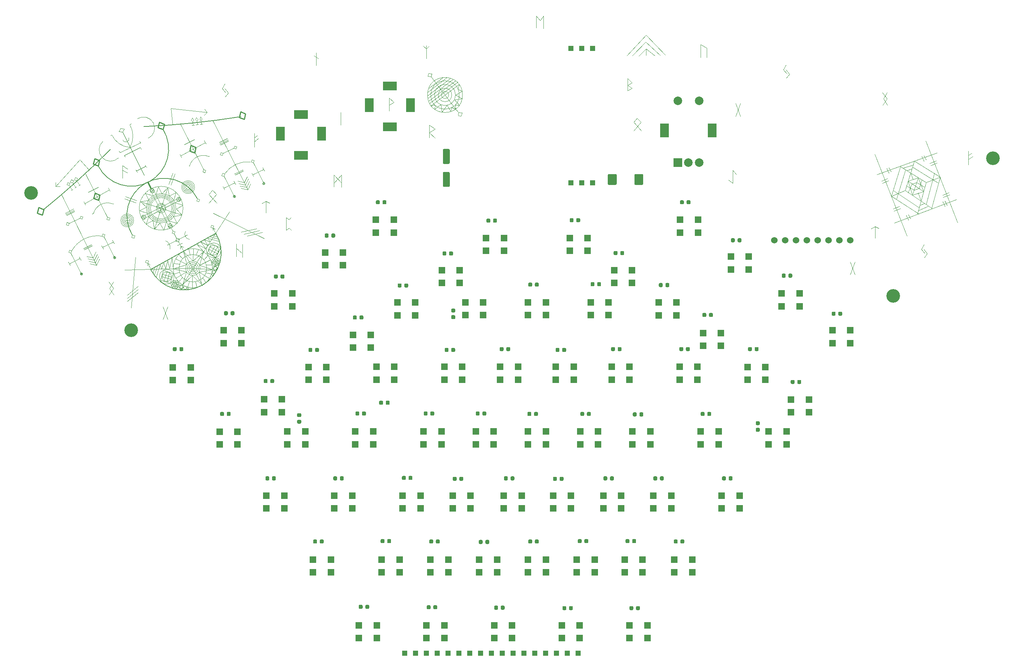
<source format=gbr>
%TF.GenerationSoftware,KiCad,Pcbnew,(5.1.7-0-10_14)*%
%TF.CreationDate,2021-04-08T12:21:10+02:00*%
%TF.ProjectId,MDMA,4d444d41-2e6b-4696-9361-645f70636258,rev?*%
%TF.SameCoordinates,Original*%
%TF.FileFunction,Soldermask,Top*%
%TF.FilePolarity,Negative*%
%FSLAX46Y46*%
G04 Gerber Fmt 4.6, Leading zero omitted, Abs format (unit mm)*
G04 Created by KiCad (PCBNEW (5.1.7-0-10_14)) date 2021-04-08 12:21:10*
%MOMM*%
%LPD*%
G01*
G04 APERTURE LIST*
%ADD10C,0.120000*%
%ADD11C,0.250000*%
%ADD12C,0.300000*%
%ADD13C,0.170000*%
%ADD14C,0.150000*%
%ADD15C,3.200000*%
%ADD16R,1.250000X1.250000*%
%ADD17R,2.000000X2.000000*%
%ADD18C,2.000000*%
%ADD19R,2.000000X3.200000*%
%ADD20R,3.200000X2.000000*%
%ADD21C,1.524000*%
%ADD22R,1.500000X1.500000*%
G04 APERTURE END LIST*
D10*
X166200000Y-34900000D02*
X170700000Y-30100000D01*
X170700000Y-30100000D02*
X175200000Y-34700000D01*
X167500000Y-34900000D02*
X170600000Y-31700000D01*
X169000000Y-35000000D02*
X170700000Y-33300000D01*
X145000000Y-28400000D02*
X145000000Y-25600000D01*
X119900000Y-54100000D02*
X119900000Y-51100000D01*
X190004000Y-64050000D02*
X191004000Y-64750000D01*
X183500000Y-35300000D02*
X183500000Y-32300000D01*
X191700000Y-49100000D02*
X192800000Y-46100000D01*
X191700000Y-46100000D02*
X192800000Y-49100000D01*
X203500000Y-37100000D02*
X202900000Y-38200000D01*
X202900000Y-38200000D02*
X203700000Y-39100000D01*
X224365000Y-77672000D02*
X224365000Y-74972000D01*
X224365000Y-74972000D02*
X225265000Y-75372000D01*
X226100000Y-43500000D02*
X227200000Y-45000000D01*
X87100000Y-73300000D02*
X86400000Y-72800000D01*
X86400000Y-72800000D02*
X86400000Y-75800000D01*
X110500000Y-47800000D02*
X110500000Y-44800000D01*
X110500000Y-44800000D02*
X111600000Y-45800000D01*
X97600000Y-62800000D02*
X99300000Y-64700000D01*
X99300000Y-62800000D02*
X99300000Y-65700000D01*
X97600000Y-65600000D02*
X97600000Y-62800000D01*
X97600000Y-64800000D02*
X99300000Y-62800000D01*
X99200000Y-48200000D02*
X99200000Y-51100000D01*
X92900000Y-34900000D02*
X93900000Y-35600000D01*
X93400000Y-34200000D02*
X93400000Y-37200000D01*
X65686374Y-49813147D02*
X65437357Y-50246727D01*
X66320222Y-49231565D02*
X66120333Y-49759863D01*
X66678920Y-49691279D02*
X66320222Y-49231565D01*
X66429904Y-50124858D02*
X66527399Y-50918894D01*
D11*
X64936100Y-57630992D02*
X63751855Y-57205394D01*
X65227200Y-56403047D02*
X64065871Y-55923069D01*
D10*
X64335130Y-49475304D02*
X64135241Y-50003602D01*
X64693828Y-49935016D02*
X64335130Y-49475304D01*
X65686374Y-49813147D02*
X65327676Y-49353436D01*
X65437357Y-50246727D02*
X65127787Y-49881734D01*
X65327676Y-49353436D02*
X65127787Y-49881734D01*
X66527399Y-50918894D02*
X66229637Y-50955456D01*
X66429904Y-50124858D02*
X66120333Y-49759863D01*
X66678920Y-49691279D02*
X66429904Y-50124858D01*
X62204018Y-70643943D02*
G75*
G03*
X62204018Y-70643943I-5126400J0D01*
G01*
X59137653Y-75347798D02*
X54482976Y-66212483D01*
X52646156Y-73238583D02*
X61781472Y-68583909D01*
X58182153Y-70643943D02*
G75*
G03*
X58182153Y-70643943I-1104535J0D01*
G01*
X55499163Y-66545313D02*
G75*
G03*
X55499163Y-66545313I-509903J0D01*
G01*
X59675876Y-74742574D02*
G75*
G03*
X59675876Y-74742574I-509902J0D01*
G01*
X53494696Y-72731913D02*
G75*
G03*
X53494696Y-72731913I-509903J0D01*
G01*
X61686148Y-68555587D02*
G75*
G03*
X61686148Y-68555587I-509900J0D01*
G01*
X52373761Y-72703980D02*
X61509076Y-68049303D01*
X59672256Y-75075404D02*
X55017580Y-65940089D01*
X60514184Y-70643943D02*
G75*
G03*
X60514184Y-70643943I-3436566J0D01*
G01*
X52235628Y-69070686D02*
X61919605Y-72217201D01*
X55504359Y-75485932D02*
X58650875Y-65801956D01*
X55504359Y-75485932D02*
X56790376Y-74045046D01*
X56790376Y-74045046D02*
X57652960Y-75737958D01*
X57652960Y-75737958D02*
X58264782Y-73854963D01*
X58888487Y-73537168D02*
X60771483Y-74148992D01*
X60771483Y-74148992D02*
X59954300Y-72545179D01*
X59954300Y-72545179D02*
X61919605Y-72217201D01*
X61919605Y-72217201D02*
X60611521Y-70751284D01*
X60611521Y-70751284D02*
X62126232Y-69979501D01*
X62080833Y-69890400D02*
X60332338Y-69322280D01*
X59970841Y-68833073D02*
X60582664Y-66950078D01*
X60582664Y-66950078D02*
X58978852Y-67767261D01*
X58978852Y-67767261D02*
X58650875Y-65801956D01*
X58650875Y-65801956D02*
X57230358Y-67199140D01*
X57230358Y-67199140D02*
X56413174Y-65595328D01*
X56413174Y-65595328D02*
X55801351Y-67478324D01*
X55266747Y-67750719D02*
X53383751Y-67138897D01*
X53383751Y-67138897D02*
X54200934Y-68742708D01*
X54200934Y-68742708D02*
X52235628Y-69070686D01*
X52235628Y-69070686D02*
X53587414Y-70402104D01*
X53587414Y-70402104D02*
X51983603Y-71219287D01*
X51983603Y-71219287D02*
X53866599Y-71831110D01*
X54184393Y-72454812D02*
X53572570Y-74337809D01*
X53572570Y-74337809D02*
X55176382Y-73520627D01*
X55176382Y-73520627D02*
X55504359Y-75485932D01*
X59579617Y-70643943D02*
G75*
G03*
X59579617Y-70643943I-2501999J0D01*
G01*
X59879402Y-70643943D02*
G75*
G03*
X59879402Y-70643943I-2801784J0D01*
G01*
X60177616Y-70643943D02*
G75*
G03*
X60177616Y-70643943I-3099998J0D01*
G01*
X53244238Y-73203812D02*
X52725349Y-72260013D01*
X52512894Y-72991357D02*
X53456692Y-72472470D01*
X54769914Y-66114822D02*
X55216255Y-66990816D01*
X54534935Y-66776805D02*
X55434763Y-66318319D01*
X60721922Y-68787079D02*
X61630572Y-68324098D01*
X60944755Y-68101263D02*
X61403242Y-69001090D01*
X59404954Y-75211601D02*
X58938977Y-74297070D01*
X58711648Y-74974064D02*
X59620297Y-74511083D01*
X56001619Y-70294331D02*
X56728004Y-71719940D01*
X57427230Y-69567946D02*
X58153614Y-70993556D01*
X56682606Y-71630840D02*
X58108214Y-70904457D01*
X56001619Y-70294331D02*
X57427230Y-69567946D01*
X59404954Y-75211601D02*
X59803786Y-75947478D01*
X59803786Y-75947478D02*
X59628980Y-76485477D01*
X60341786Y-76122286D02*
X59803786Y-75947478D01*
X60341786Y-76122286D02*
X60166980Y-76660283D01*
X60166980Y-76660283D02*
X59628980Y-76485477D01*
X60166980Y-76660283D02*
X60668046Y-77608384D01*
X60668046Y-77608384D02*
X60449538Y-78280883D01*
X60668046Y-77608384D02*
X61340545Y-77826891D01*
X60449538Y-78280883D02*
X61122037Y-78499391D01*
X61340545Y-77826891D02*
X61122037Y-78499391D01*
X61122037Y-78499391D02*
X62300000Y-80700000D01*
X63160063Y-76870810D02*
X58530157Y-79231734D01*
X58091195Y-78258430D02*
G75*
G02*
X59176863Y-80266997I-596302J-1620008D01*
G01*
X63745729Y-77948007D02*
G75*
G02*
X62802480Y-76050970I123380J1244368D01*
G01*
X60926868Y-79357339D02*
X61956900Y-78810497D01*
X61584040Y-80192879D02*
X61620676Y-79493836D01*
X61620676Y-79493836D02*
X62309249Y-79730197D01*
D12*
X53998131Y-64600111D02*
X54724515Y-66025722D01*
D10*
X48017294Y-52788646D02*
X53135549Y-62907198D01*
X51247212Y-61862653D02*
X53432574Y-60788318D01*
X53296757Y-60502740D02*
X53544014Y-60875385D01*
X53544014Y-60875385D02*
X53667643Y-61061707D01*
X51123584Y-61676332D02*
X51494469Y-62235298D01*
X49432864Y-57753135D02*
X52189378Y-56407169D01*
X52189378Y-56407169D02*
X52436635Y-56779813D01*
X49432864Y-57753135D02*
X48489065Y-58272023D01*
X48489065Y-58272023D02*
X48624881Y-58557600D01*
X47399024Y-57599855D02*
X52253832Y-55290993D01*
X49738535Y-51041950D02*
G75*
G02*
X49770706Y-56401890I-4625759J-2707831D01*
G01*
X45513629Y-53431014D02*
G75*
G03*
X49770706Y-56401890I4640277J2113724D01*
G01*
X45512050Y-53427545D02*
X45199844Y-53638339D01*
X49738536Y-51041951D02*
X50092972Y-50821018D01*
X48017294Y-52788646D02*
X47198883Y-52687631D01*
X48017294Y-52788646D02*
X48428258Y-52032928D01*
X48428258Y-52032928D02*
X47609847Y-51931915D01*
X47198883Y-52687631D02*
X47609847Y-51931915D01*
X49499449Y-54141417D02*
G75*
G02*
X48149591Y-54686670I-679450J-261435D01*
G01*
D13*
X50312260Y-76881037D02*
G75*
G02*
X65546659Y-68368483I7461129J4535587D01*
G01*
D10*
X50713417Y-77619534D02*
X50175418Y-77444728D01*
X50888223Y-77081534D02*
X50713417Y-77619534D01*
X50350224Y-76906729D02*
X50175418Y-77444728D01*
X50888223Y-77081534D02*
X50350224Y-76906729D01*
X66063878Y-68568634D02*
X65889072Y-69106633D01*
X65889072Y-69106633D02*
X65351073Y-68931825D01*
X66063878Y-68568634D02*
X65525880Y-68393828D01*
X65525880Y-68393828D02*
X65351073Y-68931825D01*
X48666465Y-67922336D02*
X51294075Y-68808717D01*
X48528890Y-68442982D02*
X51156499Y-69329364D01*
X58893209Y-65054633D02*
X59779591Y-62427025D01*
X59413856Y-65192209D02*
X60300237Y-62564600D01*
D13*
X57578347Y-52226761D02*
G75*
G02*
X42343948Y-60739315I-7461129J-4535587D01*
G01*
D11*
X42342609Y-60707378D02*
X41158365Y-60281778D01*
X41472379Y-58999453D02*
X41158365Y-60281778D01*
X42633708Y-59479430D02*
X42342609Y-60707378D01*
X42633708Y-59479430D02*
X41472379Y-58999453D01*
X57518264Y-52194476D02*
X56334019Y-51768878D01*
D10*
X71400000Y-42600000D02*
X72200000Y-43500000D01*
X72800000Y-43600000D02*
X72100000Y-44500000D01*
X48000000Y-60600000D02*
X49200000Y-61500000D01*
X48000000Y-63600000D02*
X48000000Y-60600000D01*
X48000000Y-61700000D02*
X49100000Y-62300000D01*
X74700000Y-80000000D02*
X76000000Y-81100000D01*
X76100000Y-79100000D02*
X76100000Y-82100000D01*
X74700000Y-79000000D02*
X74700000Y-82000000D01*
X67000000Y-80800000D02*
X66100000Y-84000000D01*
X66100000Y-84000000D02*
X69100000Y-85000000D01*
X66202959Y-84700000D02*
G75*
G03*
X66202959Y-84700000I-1691266J0D01*
G01*
X67724994Y-84700000D02*
G75*
G03*
X67724994Y-84700000I-3213301J0D01*
G01*
X55100000Y-85900000D02*
X55600000Y-84400000D01*
X66600000Y-88600000D02*
X66000000Y-85600000D01*
X62100000Y-88600000D02*
X64400000Y-86400000D01*
X62100000Y-88600000D02*
X63000000Y-85500000D01*
D11*
X76854064Y-48527385D02*
X75692733Y-48047407D01*
X75692733Y-48047407D02*
X75378719Y-49329732D01*
D10*
X33765346Y-67568801D02*
X41970795Y-83957858D01*
X39350605Y-62618116D02*
X44468859Y-72736668D01*
X61590802Y-50920527D02*
X67037364Y-61636633D01*
X69203016Y-50119974D02*
X77384091Y-66310524D01*
X35496432Y-65282055D02*
X36179607Y-66332248D01*
X35496432Y-65282055D02*
X34958432Y-65107250D01*
X35671239Y-64744057D02*
X35496432Y-65282055D01*
X35133239Y-64569250D02*
X34958432Y-65107250D01*
X35671239Y-64744057D02*
X35133239Y-64569250D01*
X36365929Y-66208621D02*
X35993285Y-66455877D01*
X36503596Y-64138101D02*
X35965596Y-63963296D01*
X36328789Y-64676101D02*
X37011963Y-65726294D01*
X37198286Y-65602665D02*
X36825642Y-65849922D01*
X35965596Y-63963296D02*
X35790790Y-64501294D01*
X36503596Y-64138101D02*
X36328789Y-64676101D01*
X36328789Y-64676101D02*
X35790790Y-64501294D01*
X38142085Y-65083776D02*
X37769440Y-65331034D01*
X36909394Y-63444407D02*
X36734589Y-63982406D01*
X37447393Y-63619213D02*
X37272587Y-64157212D01*
X37272587Y-64157212D02*
X36734589Y-63982406D01*
X37272587Y-64157212D02*
X37955762Y-65207405D01*
X37447393Y-63619213D02*
X36909394Y-63444407D01*
X50663698Y-73504968D02*
G75*
G03*
X50663698Y-73504968I-1513275J0D01*
G01*
X50350424Y-73504968D02*
G75*
G03*
X50350424Y-73504968I-1200001J0D01*
G01*
X50050426Y-73504968D02*
G75*
G03*
X50050426Y-73504968I-900003J0D01*
G01*
X49750424Y-73504968D02*
G75*
G03*
X49750424Y-73504968I-600001J0D01*
G01*
X49150423Y-73504968D02*
X48554896Y-73578090D01*
X49745952Y-73431846D02*
X49150423Y-73504968D01*
X64919929Y-65709464D02*
G75*
G03*
X64919929Y-65709464I-1513273J0D01*
G01*
X64306655Y-65709464D02*
G75*
G03*
X64306655Y-65709464I-899999J0D01*
G01*
X64006656Y-65709464D02*
G75*
G03*
X64006656Y-65709464I-600000J0D01*
G01*
X64606655Y-65709464D02*
G75*
G03*
X64606655Y-65709464I-1199999J0D01*
G01*
X62959130Y-66167417D02*
X63754927Y-65263698D01*
X64335130Y-49475304D02*
X64135241Y-50003602D01*
X64693828Y-49935016D02*
X64335130Y-49475304D01*
X64693828Y-49935016D02*
X64444812Y-50368597D01*
X64444812Y-50368597D02*
X64135241Y-50003602D01*
X64444812Y-50368597D02*
X64542307Y-51162633D01*
X64244543Y-51199193D02*
X64840071Y-51126072D01*
X65686374Y-49813147D02*
X65327676Y-49353436D01*
X65686374Y-49813147D02*
X65437357Y-50246727D01*
X65437357Y-50246727D02*
X65127787Y-49881734D01*
X65237089Y-51077324D02*
X65832617Y-51004202D01*
X65437357Y-50246727D02*
X65534852Y-51040763D01*
X65327676Y-49353436D02*
X65127787Y-49881734D01*
X66527399Y-50918894D02*
X66229637Y-50955456D01*
X66320222Y-49231565D02*
X66120333Y-49759863D01*
X66429904Y-50124858D02*
X66120333Y-49759863D01*
X66678920Y-49691279D02*
X66429904Y-50124858D01*
X66678920Y-49691279D02*
X66320222Y-49231565D01*
X66429904Y-50124858D02*
X66527399Y-50918894D01*
X66229637Y-50955456D02*
X66825164Y-50882334D01*
X47064232Y-58868592D02*
G75*
G02*
X43448063Y-54961693I-1859237J1906103D01*
G01*
X51566320Y-49646926D02*
G75*
G02*
X54042173Y-54265405I1377143J-2234609D01*
G01*
X36127761Y-80644178D02*
G75*
G02*
X43151550Y-77163316I6053730J-3388561D01*
G01*
X71933867Y-62635601D02*
G75*
G02*
X78092946Y-59775425I5450224J-3674923D01*
G01*
X43730792Y-77368632D02*
X43192794Y-77193824D01*
X43905598Y-76830633D02*
X43730792Y-77368632D01*
X43367601Y-76655827D02*
X43192794Y-77193824D01*
X43905598Y-76830633D02*
X43367601Y-76655827D01*
X36107954Y-80609091D02*
X35933148Y-81147090D01*
D11*
X29244264Y-72189248D02*
X28060020Y-71763649D01*
X29535364Y-70961302D02*
X28374034Y-70481324D01*
X28374034Y-70481324D02*
X28060020Y-71763649D01*
X29535364Y-70961302D02*
X29244264Y-72189248D01*
X76854064Y-48527385D02*
X76562963Y-49755331D01*
X76562963Y-49755331D02*
X75378719Y-49329732D01*
D10*
X78308997Y-59267935D02*
X78134190Y-59805932D01*
X78672189Y-59980739D02*
X78134190Y-59805932D01*
X78846995Y-59442741D02*
X78308997Y-59267935D01*
X35943416Y-81205004D02*
X38394111Y-86009037D01*
X43741061Y-77426545D02*
X46191755Y-82230578D01*
X71859002Y-63160381D02*
X74309697Y-67964414D01*
X78672189Y-59980739D02*
X81122882Y-64784772D01*
X35583698Y-83633836D02*
X38054636Y-82423683D01*
X38522022Y-86040039D02*
G75*
G03*
X38522022Y-86040039I-99999J0D01*
G01*
X38622023Y-86040039D02*
G75*
G03*
X38622023Y-86040039I-200000J0D01*
G01*
X38722023Y-86040039D02*
G75*
G03*
X38722023Y-86040039I-300000J0D01*
G01*
X81233153Y-64842686D02*
G75*
G03*
X81233153Y-64842686I-100001J0D01*
G01*
X81433153Y-64842686D02*
G75*
G03*
X81433153Y-64842686I-300001J0D01*
G01*
X81333153Y-64842686D02*
G75*
G03*
X81333153Y-64842686I-200001J0D01*
G01*
X43369155Y-79756123D02*
X45840094Y-78545971D01*
X46291755Y-82230578D02*
G75*
G03*
X46291755Y-82230578I-100000J0D01*
G01*
X46491755Y-82230578D02*
G75*
G03*
X46491755Y-82230578I-300000J0D01*
G01*
X46391756Y-82230578D02*
G75*
G03*
X46391756Y-82230578I-200001J0D01*
G01*
X74554187Y-67891560D02*
G75*
G03*
X74554187Y-67891560I-300000J0D01*
G01*
X74454187Y-67891560D02*
G75*
G03*
X74454187Y-67891560I-200000J0D01*
G01*
X35336441Y-83261191D02*
X35731700Y-84018666D01*
X37906633Y-82038852D02*
X38301893Y-82796327D01*
X43121898Y-79383478D02*
X43517158Y-80140954D01*
X45692091Y-78161139D02*
X46087351Y-78918616D01*
X71791031Y-65889003D02*
X74261969Y-64678853D01*
X74113966Y-64294021D02*
X74509227Y-65051496D01*
D11*
X57809364Y-50966531D02*
X56648034Y-50486553D01*
X56648034Y-50486553D02*
X56334019Y-51768878D01*
X57809364Y-50966531D02*
X57518264Y-52194476D01*
D14*
X29641916Y-70878148D02*
G75*
G03*
X45192808Y-56863235I-125934791J155371799D01*
G01*
X53032137Y-51512413D02*
G75*
G03*
X75784213Y-49177795I-8868777J198463698D01*
G01*
D10*
X71543775Y-65516359D02*
X71939033Y-66273836D01*
X78557810Y-62740876D02*
X81028747Y-61530724D01*
X80880745Y-61145891D02*
X81276004Y-61903369D01*
X78310553Y-62368230D02*
X78705812Y-63125706D01*
X35529927Y-74169845D02*
X38000865Y-72959694D01*
X35514314Y-74133166D02*
X34976314Y-73958361D01*
X34976314Y-73958361D02*
X34801508Y-74496359D01*
X35514314Y-74133166D02*
X35339506Y-74671166D01*
X35339506Y-74671166D02*
X34801508Y-74496359D01*
X38754913Y-72627010D02*
X38580108Y-73165009D01*
X38754913Y-72627010D02*
X38216916Y-72452204D01*
X38580108Y-73165009D02*
X38042108Y-72990202D01*
X68900000Y-86000000D02*
X67600000Y-85800000D01*
X38216916Y-72452204D02*
X38042108Y-72990202D01*
X71597926Y-57751885D02*
X74068864Y-56541733D01*
X71582312Y-57715206D02*
X71407506Y-58253205D01*
X71582312Y-57715206D02*
X71044313Y-57540400D01*
X71407506Y-58253205D02*
X70869507Y-58078399D01*
X71044313Y-57540400D02*
X70869507Y-58078399D01*
X74284914Y-56034243D02*
X74110109Y-56572242D01*
X74822914Y-56209049D02*
X74648106Y-56747049D01*
X74648106Y-56747049D02*
X74110109Y-56572242D01*
X74822914Y-56209049D02*
X74284914Y-56034243D01*
D11*
X42424272Y-68757429D02*
X41240027Y-68331831D01*
X42715373Y-67529483D02*
X41554042Y-67049505D01*
X41554042Y-67049505D02*
X41240027Y-68331831D01*
X42715373Y-67529483D02*
X42424272Y-68757429D01*
X65227200Y-56403047D02*
X64936100Y-57630992D01*
X64936100Y-57630992D02*
X63751855Y-57205394D01*
X65227200Y-56403047D02*
X64065871Y-55923069D01*
D10*
X34901357Y-72332754D02*
X36801141Y-71394234D01*
X34765542Y-72047178D02*
X36665325Y-71108657D01*
X34629727Y-71761601D02*
X36529511Y-70823080D01*
X70821354Y-55529964D02*
X72721138Y-54591442D01*
X70957170Y-55815539D02*
X72856954Y-54877018D01*
X70685537Y-55244386D02*
X72585322Y-54305865D01*
X39186770Y-69489300D02*
X44849561Y-66375973D01*
X38939514Y-69116656D02*
X39334772Y-69874131D01*
X44689371Y-65891886D02*
X45084630Y-66649362D01*
X41255175Y-71795088D02*
G75*
G02*
X45648747Y-69602628I3213684J-941580D01*
G01*
X44492571Y-72689160D02*
X44317764Y-73227158D01*
X45030569Y-72863966D02*
X44855762Y-73401964D01*
X44855762Y-73401964D02*
X44317764Y-73227158D01*
X45030569Y-72863966D02*
X44492571Y-72689160D01*
X41254397Y-71797750D02*
X40905381Y-71998558D01*
X45648747Y-69602628D02*
X45946511Y-69566066D01*
X39973897Y-66873878D02*
X42345580Y-65675914D01*
X61698598Y-58362863D02*
X67361387Y-55249537D01*
D11*
X64065871Y-55923069D02*
X63751855Y-57205394D01*
D10*
X61451341Y-57990219D02*
X61846600Y-58747694D01*
X62485725Y-55747442D02*
X64857409Y-54549477D01*
X63767003Y-60668653D02*
G75*
G02*
X68160575Y-58476192I3213685J-941579D01*
G01*
X67542398Y-61737530D02*
X67004398Y-61562723D01*
X67542398Y-61737530D02*
X67367591Y-62275528D01*
X67367591Y-62275528D02*
X66829593Y-62100721D01*
X67201199Y-54765450D02*
X67596458Y-55522926D01*
X67004398Y-61562723D02*
X66829593Y-62100721D01*
X47399024Y-57599855D02*
X47151768Y-57227211D01*
X52253832Y-55290993D02*
X52006575Y-54918349D01*
X38878325Y-80106026D02*
X40778108Y-79167504D01*
X39014138Y-80391602D02*
X40913923Y-79453081D01*
X39606149Y-81930929D02*
X41155903Y-82244397D01*
X41155903Y-82244397D02*
X41791509Y-80856591D01*
X41427533Y-82815551D02*
X42063140Y-81427746D01*
X39877780Y-82502082D02*
X41427533Y-82815551D01*
X40149409Y-83073236D02*
X41699164Y-83386706D01*
X41699164Y-83386706D02*
X42334771Y-81998899D01*
X41970795Y-83957858D02*
X42606402Y-82570054D01*
X40421042Y-83644390D02*
X41970795Y-83957858D01*
X75834337Y-65997055D02*
X77384091Y-66310524D01*
X75291076Y-64854746D02*
X76840830Y-65168216D01*
X76840830Y-65168216D02*
X77476437Y-63780411D01*
X76569199Y-64597062D02*
X77204806Y-63209256D01*
X75019445Y-64283592D02*
X76569199Y-64597062D01*
X77112460Y-65739369D02*
X77748067Y-64351564D01*
X77384091Y-66310524D02*
X78019698Y-64922717D01*
X75562707Y-65425900D02*
X77112460Y-65739369D01*
X74439622Y-62843522D02*
X76339406Y-61905000D01*
X74303807Y-62557945D02*
X76203591Y-61619424D01*
X59804220Y-51139891D02*
X59354449Y-47285512D01*
X59354449Y-47285512D02*
X67824134Y-48159834D01*
X67230365Y-47426731D02*
X67824134Y-48159834D01*
X67824134Y-48159834D02*
X67202473Y-48840669D01*
X38030771Y-59253888D02*
X40245655Y-61702210D01*
X33365675Y-65569496D02*
X32348756Y-65492855D01*
X38030771Y-59253888D02*
X32348756Y-65492855D01*
X64511693Y-83008735D02*
X64600000Y-80200000D01*
X66100000Y-84000000D02*
X68600000Y-82700000D01*
X68000000Y-81700000D02*
X67100000Y-82700000D01*
X69000000Y-83900000D02*
X67600000Y-83900000D01*
X65200000Y-81600000D02*
X65800000Y-80300000D01*
X63900000Y-81600000D02*
X63500000Y-80200000D01*
X62100000Y-82500000D02*
X61200000Y-81500000D01*
X61500000Y-83700000D02*
X60100000Y-83600000D01*
X61400000Y-85600000D02*
X60100000Y-86000000D01*
X62100000Y-86800000D02*
X61200000Y-87800000D01*
X65815432Y-84700000D02*
G75*
G03*
X65815432Y-84700000I-1303739J0D01*
G01*
X65405611Y-84700000D02*
G75*
G03*
X65405611Y-84700000I-893918J0D01*
G01*
X65000000Y-84700000D02*
G75*
G03*
X65000000Y-84700000I-488307J0D01*
G01*
X60126390Y-86700000D02*
G75*
G03*
X60126390Y-86700000I-1718398J0D01*
G01*
X71118398Y-80500000D02*
G75*
G03*
X71118398Y-80500000I-1718398J0D01*
G01*
X56800000Y-83800000D02*
X57200000Y-84900000D01*
X57200000Y-84900000D02*
X57700000Y-83300000D01*
X57700000Y-83300000D02*
X58100000Y-84800000D01*
X58100000Y-84800000D02*
X58600000Y-82800000D01*
X58600000Y-82800000D02*
X59000000Y-84800000D01*
X59000000Y-84800000D02*
X59600000Y-82200000D01*
X59600000Y-82200000D02*
X59900000Y-84800000D01*
X68000000Y-77600000D02*
X68500000Y-78500000D01*
X68500000Y-78500000D02*
X67200000Y-78000000D01*
X67200000Y-78000000D02*
X68000000Y-79300000D01*
X68000000Y-79300000D02*
X66300000Y-78500000D01*
X66300000Y-78500000D02*
X67500000Y-80100000D01*
X67500000Y-80100000D02*
X65400000Y-79000000D01*
X65400000Y-79000000D02*
X67000000Y-80800000D01*
X57600000Y-85200000D02*
X56900000Y-87500000D01*
X59200000Y-88200000D02*
X56900000Y-87500000D01*
X59200000Y-88200000D02*
X59900000Y-85900000D01*
X57600000Y-85200000D02*
X59900000Y-85900000D01*
X68800000Y-79000000D02*
X67800000Y-81100000D01*
X69900000Y-82100000D02*
X67800000Y-81100000D01*
X69900000Y-82100000D02*
X71000000Y-79900000D01*
X71000000Y-79900000D02*
X68900000Y-79000000D01*
X61300000Y-88500000D02*
G75*
G03*
X61300000Y-88500000I-943398J0D01*
G01*
X70843398Y-83200000D02*
G75*
G03*
X70843398Y-83200000I-943398J0D01*
G01*
X62309902Y-89100000D02*
G75*
G03*
X62309902Y-89100000I-509902J0D01*
G01*
X70209902Y-84700000D02*
G75*
G03*
X70209902Y-84700000I-509902J0D01*
G01*
X63060555Y-89300000D02*
G75*
G03*
X63060555Y-89300000I-360555J0D01*
G01*
X63500000Y-89400000D02*
G75*
G03*
X63500000Y-89400000I-200000J0D01*
G01*
X69760555Y-85600000D02*
G75*
G03*
X69760555Y-85600000I-360555J0D01*
G01*
X69300000Y-86200000D02*
G75*
G03*
X69300000Y-86200000I-200000J0D01*
G01*
X60700000Y-89300000D02*
X59500000Y-88800000D01*
X59500000Y-88800000D02*
X60000000Y-87700000D01*
X60100000Y-87700000D02*
X61200000Y-88100000D01*
X61200000Y-88100000D02*
X60700000Y-89300000D01*
X69700000Y-82300000D02*
X69000000Y-83300000D01*
X69000000Y-83300000D02*
X70000000Y-84100000D01*
X70000000Y-84100000D02*
X70800000Y-83200000D01*
X70800000Y-83200000D02*
X69800000Y-82300000D01*
X61700000Y-88600000D02*
X61400000Y-89200000D01*
X61700000Y-88600000D02*
X62200000Y-89000000D01*
X62200000Y-89000000D02*
X61900000Y-89500000D01*
X61900000Y-89500000D02*
X61400000Y-89200000D01*
X59500000Y-86700000D02*
G75*
G03*
X59500000Y-86700000I-1092008J0D01*
G01*
X60909125Y-88500000D02*
G75*
G03*
X60909125Y-88500000I-552523J0D01*
G01*
X70540175Y-80500000D02*
G75*
G03*
X70540175Y-80500000I-1140175J0D01*
G01*
X70532456Y-83200000D02*
G75*
G03*
X70532456Y-83200000I-632456J0D01*
G01*
X69600000Y-84200000D02*
X69300000Y-84800000D01*
X69300000Y-84800000D02*
X69800000Y-85200000D01*
X69800000Y-85200000D02*
X70200000Y-84600000D01*
X70200000Y-84600000D02*
X69600000Y-84200000D01*
X58400000Y-85400000D02*
X57700000Y-87800000D01*
X59000000Y-85600000D02*
X58400000Y-88000000D01*
X60500000Y-87800000D02*
X60000000Y-89000000D01*
X60800000Y-87900000D02*
X60300000Y-89100000D01*
X68200000Y-80200000D02*
X70300000Y-81300000D01*
X68500000Y-79700000D02*
X70500000Y-80800000D01*
X69300000Y-82900000D02*
X70300000Y-83700000D01*
X69500000Y-82700000D02*
X70500000Y-83500000D01*
X57400000Y-86100000D02*
X59600000Y-86800000D01*
X57200000Y-86600000D02*
X59500000Y-87300000D01*
X59800000Y-88000000D02*
X61000000Y-88600000D01*
X59700000Y-88400000D02*
X60800000Y-88900000D01*
X68600000Y-81300000D02*
X69700000Y-79400000D01*
X69100000Y-81700000D02*
X70300000Y-79600000D01*
X70200000Y-82600000D02*
X69400000Y-83600000D01*
X70400000Y-82800000D02*
X69600000Y-83800000D01*
X51100000Y-82100000D02*
X50100000Y-94000000D01*
X69300000Y-71800000D02*
X81200000Y-77700000D01*
X53900000Y-83500000D02*
X54700000Y-85000000D01*
X69900000Y-76500000D02*
X69200000Y-75300000D01*
X54088223Y-82981534D02*
X53550224Y-82806729D01*
X53550224Y-82806729D02*
X53375418Y-83344728D01*
X54088223Y-82981534D02*
X53913417Y-83519534D01*
X53913417Y-83519534D02*
X53375418Y-83344728D01*
X68825880Y-74593828D02*
X68651073Y-75131825D01*
X69363878Y-74768634D02*
X68825880Y-74593828D01*
X69189072Y-75306633D02*
X68651073Y-75131825D01*
X69363878Y-74768634D02*
X69189072Y-75306633D01*
X53913417Y-83519534D02*
X53900000Y-84100000D01*
X53913417Y-83519534D02*
X54500000Y-83900000D01*
X69200000Y-75300000D02*
X69200000Y-75800000D01*
X69200000Y-75300000D02*
X69700000Y-75500000D01*
X49100000Y-92500000D02*
X51700000Y-90400000D01*
X49100000Y-91800000D02*
X51700000Y-89700000D01*
X49100000Y-91000000D02*
X51700000Y-88900000D01*
X80800000Y-76300000D02*
X77200000Y-77100000D01*
X80100000Y-75900000D02*
X76500000Y-76700000D01*
X79400000Y-75400000D02*
X75800000Y-76200000D01*
X81600000Y-71700000D02*
X81600000Y-69000000D01*
X81600000Y-69000000D02*
X80700000Y-69500000D01*
X81600000Y-69000000D02*
X82500000Y-69400000D01*
X78900000Y-55000000D02*
X79900000Y-54300000D01*
X78900000Y-56300000D02*
X78900000Y-53100000D01*
X78900000Y-54100000D02*
X79600000Y-53600000D01*
X45000000Y-89400000D02*
X45900000Y-87900000D01*
X63000000Y-85500000D02*
X59900000Y-84800000D01*
X64400000Y-86400000D02*
X66700000Y-88700000D01*
X62288307Y-80700000D02*
X64511693Y-83008735D01*
X64511693Y-83008735D02*
X67000000Y-80800000D01*
X59900000Y-84800000D02*
X63100000Y-83800000D01*
X63100000Y-83800000D02*
X62288307Y-80700000D01*
X64400000Y-86400000D02*
X64400000Y-89300000D01*
X63300000Y-89100000D02*
X63700000Y-87800000D01*
X55500000Y-86300000D02*
X56200000Y-84100000D01*
X55900000Y-86800000D02*
X56800000Y-83800000D01*
X32348756Y-65492855D02*
X32338328Y-64587376D01*
X63766224Y-60671314D02*
X63603533Y-60748492D01*
X68160575Y-58476192D02*
X68359086Y-58451818D01*
X64511693Y-84700000D02*
X69100000Y-85000000D01*
X70600000Y-77900000D02*
X68400000Y-77300000D01*
X65500000Y-89200000D02*
X65100000Y-87900000D01*
X66000000Y-85600000D02*
X69000000Y-85000000D01*
X66000000Y-85600000D02*
X68400000Y-87100000D01*
X63000000Y-85500000D02*
X60500000Y-87000000D01*
X63100000Y-83800000D02*
X60500000Y-82500000D01*
X74400000Y-67900000D02*
G75*
G03*
X74400000Y-67900000I-100000J0D01*
G01*
D13*
X69891984Y-76530872D02*
G75*
G02*
X54657585Y-85043426I-7461129J-4535587D01*
G01*
D14*
X54600000Y-85000000D02*
X69900000Y-76500000D01*
D10*
X69100000Y-84700000D02*
G75*
G03*
X69100000Y-84700000I-4588307J0D01*
G01*
X67600000Y-88100000D02*
X66900000Y-87000000D01*
X35569955Y-80434284D02*
X35395150Y-80972283D01*
X36107954Y-80609091D02*
X35569955Y-80434284D01*
X35933148Y-81147090D02*
X35395150Y-80972283D01*
X71980963Y-62603056D02*
X71806156Y-63141054D01*
X71442964Y-62428249D02*
X71268157Y-62966249D01*
X71980963Y-62603056D02*
X71442964Y-62428249D01*
X71806156Y-63141054D02*
X71268157Y-62966249D01*
X78846995Y-59442741D02*
X78672189Y-59980739D01*
X44800000Y-87900000D02*
X45900000Y-89400000D01*
X45900000Y-89400000D02*
X44900000Y-90900000D01*
X46000000Y-90900000D02*
X45000000Y-89400000D01*
X69100000Y-66400000D02*
X68300000Y-67400000D01*
X68300000Y-67400000D02*
X70100000Y-69400000D01*
X68300000Y-69400000D02*
X70000000Y-67400000D01*
X70000000Y-67400000D02*
X69100000Y-66400000D01*
X57500000Y-96700000D02*
X58600000Y-93700000D01*
X57500000Y-93700000D02*
X58600000Y-96700000D01*
X72000000Y-41500000D02*
X71400000Y-42600000D01*
X72000000Y-42600000D02*
X72800000Y-43600000D01*
X66700000Y-88700000D02*
X62288307Y-80700000D01*
X70700000Y-78400000D02*
X67900000Y-77600000D01*
X64511693Y-84700000D02*
X62100000Y-88600000D01*
X48500000Y-85100000D02*
X64511693Y-84700000D01*
X73100000Y-71500000D02*
X64511693Y-84700000D01*
X70400000Y-77400000D02*
X68900000Y-77000000D01*
X111600000Y-45800000D02*
X110500000Y-46500000D01*
X224365000Y-74972000D02*
X223465000Y-75472000D01*
X170700000Y-34800000D02*
X170700000Y-33300000D01*
X170700000Y-33300000D02*
X172700000Y-34900000D01*
X170600000Y-31700000D02*
X174000000Y-34800000D01*
X236600000Y-81300000D02*
X235900000Y-82200000D01*
X235200000Y-80300000D02*
X236000000Y-81200000D01*
X235800000Y-80300000D02*
X236600000Y-81300000D01*
X235800000Y-79200000D02*
X235200000Y-80300000D01*
X236200000Y-54900000D02*
X243700000Y-74000000D01*
X228600000Y-66500000D02*
X234700000Y-70500000D01*
X239100000Y-64700000D02*
X233100000Y-61000000D01*
X236300000Y-69800000D02*
X238300000Y-62400000D01*
X231500000Y-61600000D02*
X229400000Y-68500000D01*
X239600000Y-63300000D02*
X233600000Y-59600000D01*
X228200000Y-67800000D02*
X234600000Y-72000000D01*
X237600000Y-70700000D02*
X239600000Y-63300000D01*
X230300000Y-60900000D02*
X228200000Y-67700000D01*
X234500000Y-71200000D02*
X236900000Y-70100000D01*
X234900000Y-69900000D02*
X235900000Y-69500000D01*
X230900000Y-61200000D02*
X233200000Y-60500000D01*
X231800000Y-61800000D02*
X233000000Y-61400000D01*
X233300000Y-63900000D02*
X232700000Y-62300000D01*
X234500000Y-67100000D02*
X235100000Y-68900000D01*
X234700000Y-66000000D02*
X235300000Y-64000000D01*
X233500000Y-66400000D02*
X234700000Y-66000000D01*
X233500000Y-66400000D02*
X231700000Y-65400000D01*
X234100000Y-64600000D02*
X236000000Y-65700000D01*
X233000000Y-64900000D02*
X234100000Y-64600000D01*
X233000000Y-64900000D02*
X232100000Y-67000000D01*
X233100000Y-67600000D02*
X232100000Y-64300000D01*
X235700000Y-66700000D02*
X233100000Y-67600000D01*
X234500000Y-63500000D02*
X235700000Y-66700000D01*
X232100000Y-64300000D02*
X234500000Y-63500000D01*
X232100000Y-64300000D02*
X235700000Y-66700000D01*
X233100000Y-67600000D02*
X234500000Y-63500000D01*
X236300000Y-64600000D02*
X239600000Y-63300000D01*
X231400000Y-66500000D02*
X228200000Y-67800000D01*
X236300000Y-64600000D02*
X230300000Y-60900000D01*
X234300000Y-72000000D02*
X236300000Y-64600000D01*
X231400000Y-66500000D02*
X237800000Y-70700000D01*
X233500000Y-59700000D02*
X231400000Y-66500000D01*
X237400000Y-60600000D02*
X238900000Y-60000000D01*
X237200000Y-60100000D02*
X238700000Y-59500000D01*
X240200000Y-67600000D02*
X241700000Y-67000000D01*
X240300000Y-68100000D02*
X241800000Y-67500000D01*
X235800000Y-58300000D02*
X236300000Y-59300000D01*
X235300000Y-58500000D02*
X235800000Y-59600000D01*
X240700000Y-68900000D02*
X241200000Y-69900000D01*
X240200000Y-69100000D02*
X240700000Y-70200000D01*
X227100000Y-61300000D02*
X227600000Y-62400000D01*
X227600000Y-61100000D02*
X228100000Y-62100000D01*
X225900000Y-64300000D02*
X227300000Y-63700000D01*
X226100000Y-64800000D02*
X227500000Y-64200000D01*
X232200000Y-72100000D02*
X232700000Y-73100000D01*
X231700000Y-72300000D02*
X232200000Y-73400000D01*
X228600000Y-70800000D02*
X230100000Y-70200000D01*
X228800000Y-71300000D02*
X230300000Y-70700000D01*
X228900000Y-74100000D02*
X243400000Y-68600000D01*
X224300000Y-58000000D02*
X231800000Y-77100000D01*
X238900000Y-57700000D02*
X224800000Y-62700000D01*
X127600000Y-48300000D02*
X127400000Y-49000000D01*
X126700000Y-48800000D02*
X126800000Y-48200000D01*
X126800000Y-48200000D02*
X127600000Y-48300000D01*
X127400000Y-49000000D02*
X126700000Y-48900000D01*
X126100000Y-47400000D02*
X126800000Y-48200000D01*
X120500000Y-39100000D02*
X120300000Y-39800000D01*
X119700000Y-39000000D02*
X120500000Y-39100000D01*
X119600000Y-39600000D02*
X119700000Y-39000000D01*
X120300000Y-39800000D02*
X119600000Y-39700000D01*
X119800000Y-42500000D02*
X123100000Y-40000000D01*
X119600000Y-43400000D02*
X124100000Y-40000000D01*
X119500000Y-44300000D02*
X124800000Y-40200000D01*
X119600000Y-44900000D02*
X125400000Y-40500000D01*
X119800000Y-45500000D02*
X126000000Y-40800000D01*
X120000000Y-46100000D02*
X126600000Y-41100000D01*
X126600000Y-42800000D02*
X126900000Y-41600000D01*
X127600000Y-43200000D02*
X126600000Y-42800000D01*
X126059674Y-44100000D02*
X127600000Y-43200000D01*
X127600000Y-45000000D02*
X126059674Y-44100000D01*
X125800000Y-45200000D02*
X127600000Y-45000000D01*
X126900000Y-46500000D02*
X125800000Y-45200000D01*
X126000000Y-46500000D02*
X126900000Y-46500000D01*
X126100000Y-47400000D02*
X126000000Y-46500000D01*
X125200000Y-47000000D02*
X126000000Y-47400000D01*
X124900000Y-47900000D02*
X125200000Y-47000000D01*
X124100000Y-46500000D02*
X124900000Y-47900000D01*
X122900000Y-48100000D02*
X124100000Y-46500000D01*
X122600000Y-46300000D02*
X122900000Y-48100000D01*
X121200000Y-47400000D02*
X122600000Y-46300000D01*
X121300000Y-46500000D02*
X121200000Y-47400000D01*
X120300000Y-46600000D02*
X121300000Y-46500000D01*
X120300000Y-39800000D02*
X126100000Y-47400000D01*
X120300000Y-46600000D02*
X126900000Y-41600000D01*
X124454400Y-44100000D02*
G75*
G03*
X124454400Y-44100000I-854400J0D01*
G01*
X125181139Y-44100000D02*
G75*
G03*
X125181139Y-44100000I-1581139J0D01*
G01*
X126059675Y-44100000D02*
G75*
G03*
X126059675Y-44100000I-2459675J0D01*
G01*
X126924154Y-44100000D02*
G75*
G03*
X126924154Y-44100000I-3324154J0D01*
G01*
X127704875Y-44100000D02*
G75*
G03*
X127704875Y-44100000I-4104875J0D01*
G01*
X246274000Y-58276000D02*
X246974000Y-57776000D01*
X246274000Y-60476000D02*
X246274000Y-57276000D01*
X246274000Y-59176000D02*
X247274000Y-58476000D01*
X227300000Y-46500000D02*
X226300000Y-45000000D01*
X227200000Y-45000000D02*
X226200000Y-46500000D01*
X226300000Y-45000000D02*
X227200000Y-43500000D01*
X169500000Y-50500000D02*
X168600000Y-49500000D01*
X167800000Y-52500000D02*
X169500000Y-50500000D01*
X167800000Y-50500000D02*
X169600000Y-52500000D01*
X168600000Y-49500000D02*
X167800000Y-50500000D01*
X191004000Y-64750000D02*
X191004000Y-61750000D01*
X191004000Y-61750000D02*
X191904000Y-62750000D01*
X204300000Y-39200000D02*
X203600000Y-40100000D01*
X203500000Y-38200000D02*
X204300000Y-39200000D01*
X218550000Y-83200000D02*
X219650000Y-86200000D01*
X218550000Y-86200000D02*
X219650000Y-83200000D01*
X145900000Y-26700000D02*
X146700000Y-25600000D01*
X146700000Y-25600000D02*
X146700000Y-28500000D01*
X145000000Y-25600000D02*
X145900000Y-26700000D01*
X184900000Y-33100000D02*
X184900000Y-35300000D01*
X183500000Y-32300000D02*
X184900000Y-33100000D01*
X166400000Y-41800000D02*
X167400000Y-42500000D01*
X166400000Y-40200000D02*
X167400000Y-41200000D01*
X166400000Y-43000000D02*
X166400000Y-40200000D01*
X167400000Y-41200000D02*
X166400000Y-41800000D01*
X167400000Y-42500000D02*
X166400000Y-43100000D01*
X121300000Y-52100000D02*
X119900000Y-52900000D01*
X119900000Y-52900000D02*
X121300000Y-54200000D01*
X119900000Y-51100000D02*
X121300000Y-52100000D01*
X119200000Y-33300000D02*
X119900000Y-32600000D01*
X118500000Y-32600000D02*
X119200000Y-33300000D01*
X119200000Y-35600000D02*
X119200000Y-32500000D01*
X87500000Y-72800000D02*
X87100000Y-73300000D01*
X86400000Y-75800000D02*
X87100000Y-75300000D01*
X87100000Y-75300000D02*
X87600000Y-75800000D01*
D15*
%TO.C,H4*%
X50030000Y-99240000D03*
%TD*%
%TO.C,H3*%
X251968000Y-58928000D03*
%TD*%
%TO.C,H2*%
X26640000Y-67056000D03*
%TD*%
%TO.C,H1*%
X228600000Y-91186000D03*
%TD*%
%TO.C,C64*%
G36*
G01*
X167975000Y-64925000D02*
X167975000Y-62875000D01*
G75*
G02*
X168225000Y-62625000I250000J0D01*
G01*
X169800000Y-62625000D01*
G75*
G02*
X170050000Y-62875000I0J-250000D01*
G01*
X170050000Y-64925000D01*
G75*
G02*
X169800000Y-65175000I-250000J0D01*
G01*
X168225000Y-65175000D01*
G75*
G02*
X167975000Y-64925000I0J250000D01*
G01*
G37*
G36*
G01*
X161750000Y-64925000D02*
X161750000Y-62875000D01*
G75*
G02*
X162000000Y-62625000I250000J0D01*
G01*
X163575000Y-62625000D01*
G75*
G02*
X163825000Y-62875000I0J-250000D01*
G01*
X163825000Y-64925000D01*
G75*
G02*
X163575000Y-65175000I-250000J0D01*
G01*
X162000000Y-65175000D01*
G75*
G02*
X161750000Y-64925000I0J250000D01*
G01*
G37*
%TD*%
%TO.C,C63*%
G36*
G01*
X124450000Y-60250000D02*
X123350000Y-60250000D01*
G75*
G02*
X123100000Y-60000000I0J250000D01*
G01*
X123100000Y-57000000D01*
G75*
G02*
X123350000Y-56750000I250000J0D01*
G01*
X124450000Y-56750000D01*
G75*
G02*
X124700000Y-57000000I0J-250000D01*
G01*
X124700000Y-60000000D01*
G75*
G02*
X124450000Y-60250000I-250000J0D01*
G01*
G37*
G36*
G01*
X124450000Y-65650000D02*
X123350000Y-65650000D01*
G75*
G02*
X123100000Y-65400000I0J250000D01*
G01*
X123100000Y-62400000D01*
G75*
G02*
X123350000Y-62150000I250000J0D01*
G01*
X124450000Y-62150000D01*
G75*
G02*
X124700000Y-62400000I0J-250000D01*
G01*
X124700000Y-65400000D01*
G75*
G02*
X124450000Y-65650000I-250000J0D01*
G01*
G37*
%TD*%
D16*
%TO.C,U1*%
X158140000Y-33150000D03*
X155600000Y-33150000D03*
X153060000Y-33150000D03*
X158140000Y-64650000D03*
X155600000Y-64650000D03*
X153060000Y-64650000D03*
%TD*%
%TO.C,P1*%
X154780000Y-174950000D03*
X152240000Y-174950000D03*
X149700000Y-174950000D03*
X147160000Y-174950000D03*
X144620000Y-174950000D03*
X142080000Y-174950000D03*
X139540000Y-174950000D03*
X137000000Y-174950000D03*
X134460000Y-174950000D03*
X131920000Y-174950000D03*
X129380000Y-174950000D03*
X126840000Y-174950000D03*
X124300000Y-174950000D03*
X121760000Y-174950000D03*
X119220000Y-174950000D03*
X116680000Y-174950000D03*
X114140000Y-174950000D03*
%TD*%
D17*
%TO.C,SW1*%
X178140000Y-59950000D03*
D18*
X180640000Y-59950000D03*
X183140000Y-59950000D03*
D19*
X175040000Y-52450000D03*
X186240000Y-52450000D03*
D18*
X178140000Y-45450000D03*
X183140000Y-45450000D03*
%TD*%
D19*
%TO.C,SW II*%
X94660000Y-53190000D03*
X85060000Y-53190000D03*
D20*
X89860000Y-58290000D03*
X89860000Y-48690000D03*
%TD*%
D19*
%TO.C,SW3*%
X115470000Y-46460000D03*
X105870000Y-46460000D03*
D20*
X110670000Y-51560000D03*
X110670000Y-41960000D03*
%TD*%
D21*
%TO.C,T1*%
X200800000Y-78110000D03*
X203340000Y-78110000D03*
X205880000Y-78110000D03*
X208420000Y-78110000D03*
X210960000Y-78110000D03*
X213500000Y-78110000D03*
X216040000Y-78110000D03*
X218580000Y-78110000D03*
%TD*%
%TO.C,C1*%
G36*
G01*
X168365000Y-164600000D02*
X168365000Y-164100000D01*
G75*
G02*
X168590000Y-163875000I225000J0D01*
G01*
X169040000Y-163875000D01*
G75*
G02*
X169265000Y-164100000I0J-225000D01*
G01*
X169265000Y-164600000D01*
G75*
G02*
X169040000Y-164825000I-225000J0D01*
G01*
X168590000Y-164825000D01*
G75*
G02*
X168365000Y-164600000I0J225000D01*
G01*
G37*
G36*
G01*
X166815000Y-164600000D02*
X166815000Y-164100000D01*
G75*
G02*
X167040000Y-163875000I225000J0D01*
G01*
X167490000Y-163875000D01*
G75*
G02*
X167715000Y-164100000I0J-225000D01*
G01*
X167715000Y-164600000D01*
G75*
G02*
X167490000Y-164825000I-225000J0D01*
G01*
X167040000Y-164825000D01*
G75*
G02*
X166815000Y-164600000I0J225000D01*
G01*
G37*
%TD*%
%TO.C,C2*%
G36*
G01*
X152665000Y-164600000D02*
X152665000Y-164100000D01*
G75*
G02*
X152890000Y-163875000I225000J0D01*
G01*
X153340000Y-163875000D01*
G75*
G02*
X153565000Y-164100000I0J-225000D01*
G01*
X153565000Y-164600000D01*
G75*
G02*
X153340000Y-164825000I-225000J0D01*
G01*
X152890000Y-164825000D01*
G75*
G02*
X152665000Y-164600000I0J225000D01*
G01*
G37*
G36*
G01*
X151115000Y-164600000D02*
X151115000Y-164100000D01*
G75*
G02*
X151340000Y-163875000I225000J0D01*
G01*
X151790000Y-163875000D01*
G75*
G02*
X152015000Y-164100000I0J-225000D01*
G01*
X152015000Y-164600000D01*
G75*
G02*
X151790000Y-164825000I-225000J0D01*
G01*
X151340000Y-164825000D01*
G75*
G02*
X151115000Y-164600000I0J225000D01*
G01*
G37*
%TD*%
%TO.C,C3*%
G36*
G01*
X162265000Y-134200000D02*
X162265000Y-133700000D01*
G75*
G02*
X162490000Y-133475000I225000J0D01*
G01*
X162940000Y-133475000D01*
G75*
G02*
X163165000Y-133700000I0J-225000D01*
G01*
X163165000Y-134200000D01*
G75*
G02*
X162940000Y-134425000I-225000J0D01*
G01*
X162490000Y-134425000D01*
G75*
G02*
X162265000Y-134200000I0J225000D01*
G01*
G37*
G36*
G01*
X160715000Y-134200000D02*
X160715000Y-133700000D01*
G75*
G02*
X160940000Y-133475000I225000J0D01*
G01*
X161390000Y-133475000D01*
G75*
G02*
X161615000Y-133700000I0J-225000D01*
G01*
X161615000Y-134200000D01*
G75*
G02*
X161390000Y-134425000I-225000J0D01*
G01*
X160940000Y-134425000D01*
G75*
G02*
X160715000Y-134200000I0J225000D01*
G01*
G37*
%TD*%
%TO.C,C4*%
G36*
G01*
X136665000Y-164500000D02*
X136665000Y-164000000D01*
G75*
G02*
X136890000Y-163775000I225000J0D01*
G01*
X137340000Y-163775000D01*
G75*
G02*
X137565000Y-164000000I0J-225000D01*
G01*
X137565000Y-164500000D01*
G75*
G02*
X137340000Y-164725000I-225000J0D01*
G01*
X136890000Y-164725000D01*
G75*
G02*
X136665000Y-164500000I0J225000D01*
G01*
G37*
G36*
G01*
X135115000Y-164500000D02*
X135115000Y-164000000D01*
G75*
G02*
X135340000Y-163775000I225000J0D01*
G01*
X135790000Y-163775000D01*
G75*
G02*
X136015000Y-164000000I0J-225000D01*
G01*
X136015000Y-164500000D01*
G75*
G02*
X135790000Y-164725000I-225000J0D01*
G01*
X135340000Y-164725000D01*
G75*
G02*
X135115000Y-164500000I0J225000D01*
G01*
G37*
%TD*%
%TO.C,C5*%
G36*
G01*
X173965000Y-134200000D02*
X173965000Y-133700000D01*
G75*
G02*
X174190000Y-133475000I225000J0D01*
G01*
X174640000Y-133475000D01*
G75*
G02*
X174865000Y-133700000I0J-225000D01*
G01*
X174865000Y-134200000D01*
G75*
G02*
X174640000Y-134425000I-225000J0D01*
G01*
X174190000Y-134425000D01*
G75*
G02*
X173965000Y-134200000I0J225000D01*
G01*
G37*
G36*
G01*
X172415000Y-134200000D02*
X172415000Y-133700000D01*
G75*
G02*
X172640000Y-133475000I225000J0D01*
G01*
X173090000Y-133475000D01*
G75*
G02*
X173315000Y-133700000I0J-225000D01*
G01*
X173315000Y-134200000D01*
G75*
G02*
X173090000Y-134425000I-225000J0D01*
G01*
X172640000Y-134425000D01*
G75*
G02*
X172415000Y-134200000I0J225000D01*
G01*
G37*
%TD*%
%TO.C,C6*%
G36*
G01*
X150465000Y-134300000D02*
X150465000Y-133800000D01*
G75*
G02*
X150690000Y-133575000I225000J0D01*
G01*
X151140000Y-133575000D01*
G75*
G02*
X151365000Y-133800000I0J-225000D01*
G01*
X151365000Y-134300000D01*
G75*
G02*
X151140000Y-134525000I-225000J0D01*
G01*
X150690000Y-134525000D01*
G75*
G02*
X150465000Y-134300000I0J225000D01*
G01*
G37*
G36*
G01*
X148915000Y-134300000D02*
X148915000Y-133800000D01*
G75*
G02*
X149140000Y-133575000I225000J0D01*
G01*
X149590000Y-133575000D01*
G75*
G02*
X149815000Y-133800000I0J-225000D01*
G01*
X149815000Y-134300000D01*
G75*
G02*
X149590000Y-134525000I-225000J0D01*
G01*
X149140000Y-134525000D01*
G75*
G02*
X148915000Y-134300000I0J225000D01*
G01*
G37*
%TD*%
%TO.C,C7*%
G36*
G01*
X120865000Y-164400000D02*
X120865000Y-163900000D01*
G75*
G02*
X121090000Y-163675000I225000J0D01*
G01*
X121540000Y-163675000D01*
G75*
G02*
X121765000Y-163900000I0J-225000D01*
G01*
X121765000Y-164400000D01*
G75*
G02*
X121540000Y-164625000I-225000J0D01*
G01*
X121090000Y-164625000D01*
G75*
G02*
X120865000Y-164400000I0J225000D01*
G01*
G37*
G36*
G01*
X119315000Y-164400000D02*
X119315000Y-163900000D01*
G75*
G02*
X119540000Y-163675000I225000J0D01*
G01*
X119990000Y-163675000D01*
G75*
G02*
X120215000Y-163900000I0J-225000D01*
G01*
X120215000Y-164400000D01*
G75*
G02*
X119990000Y-164625000I-225000J0D01*
G01*
X119540000Y-164625000D01*
G75*
G02*
X119315000Y-164400000I0J225000D01*
G01*
G37*
%TD*%
%TO.C,C8*%
G36*
G01*
X190065000Y-134200000D02*
X190065000Y-133700000D01*
G75*
G02*
X190290000Y-133475000I225000J0D01*
G01*
X190740000Y-133475000D01*
G75*
G02*
X190965000Y-133700000I0J-225000D01*
G01*
X190965000Y-134200000D01*
G75*
G02*
X190740000Y-134425000I-225000J0D01*
G01*
X190290000Y-134425000D01*
G75*
G02*
X190065000Y-134200000I0J225000D01*
G01*
G37*
G36*
G01*
X188515000Y-134200000D02*
X188515000Y-133700000D01*
G75*
G02*
X188740000Y-133475000I225000J0D01*
G01*
X189190000Y-133475000D01*
G75*
G02*
X189415000Y-133700000I0J-225000D01*
G01*
X189415000Y-134200000D01*
G75*
G02*
X189190000Y-134425000I-225000J0D01*
G01*
X188740000Y-134425000D01*
G75*
G02*
X188515000Y-134200000I0J225000D01*
G01*
G37*
%TD*%
%TO.C,C9*%
G36*
G01*
X138965000Y-134200000D02*
X138965000Y-133700000D01*
G75*
G02*
X139190000Y-133475000I225000J0D01*
G01*
X139640000Y-133475000D01*
G75*
G02*
X139865000Y-133700000I0J-225000D01*
G01*
X139865000Y-134200000D01*
G75*
G02*
X139640000Y-134425000I-225000J0D01*
G01*
X139190000Y-134425000D01*
G75*
G02*
X138965000Y-134200000I0J225000D01*
G01*
G37*
G36*
G01*
X137415000Y-134200000D02*
X137415000Y-133700000D01*
G75*
G02*
X137640000Y-133475000I225000J0D01*
G01*
X138090000Y-133475000D01*
G75*
G02*
X138315000Y-133700000I0J-225000D01*
G01*
X138315000Y-134200000D01*
G75*
G02*
X138090000Y-134425000I-225000J0D01*
G01*
X137640000Y-134425000D01*
G75*
G02*
X137415000Y-134200000I0J225000D01*
G01*
G37*
%TD*%
%TO.C,C10*%
G36*
G01*
X104940000Y-164300000D02*
X104940000Y-163800000D01*
G75*
G02*
X105165000Y-163575000I225000J0D01*
G01*
X105615000Y-163575000D01*
G75*
G02*
X105840000Y-163800000I0J-225000D01*
G01*
X105840000Y-164300000D01*
G75*
G02*
X105615000Y-164525000I-225000J0D01*
G01*
X105165000Y-164525000D01*
G75*
G02*
X104940000Y-164300000I0J225000D01*
G01*
G37*
G36*
G01*
X103390000Y-164300000D02*
X103390000Y-163800000D01*
G75*
G02*
X103615000Y-163575000I225000J0D01*
G01*
X104065000Y-163575000D01*
G75*
G02*
X104290000Y-163800000I0J-225000D01*
G01*
X104290000Y-164300000D01*
G75*
G02*
X104065000Y-164525000I-225000J0D01*
G01*
X103615000Y-164525000D01*
G75*
G02*
X103390000Y-164300000I0J225000D01*
G01*
G37*
%TD*%
%TO.C,C11*%
G36*
G01*
X115065000Y-134100000D02*
X115065000Y-133600000D01*
G75*
G02*
X115290000Y-133375000I225000J0D01*
G01*
X115740000Y-133375000D01*
G75*
G02*
X115965000Y-133600000I0J-225000D01*
G01*
X115965000Y-134100000D01*
G75*
G02*
X115740000Y-134325000I-225000J0D01*
G01*
X115290000Y-134325000D01*
G75*
G02*
X115065000Y-134100000I0J225000D01*
G01*
G37*
G36*
G01*
X113515000Y-134100000D02*
X113515000Y-133600000D01*
G75*
G02*
X113740000Y-133375000I225000J0D01*
G01*
X114190000Y-133375000D01*
G75*
G02*
X114415000Y-133600000I0J-225000D01*
G01*
X114415000Y-134100000D01*
G75*
G02*
X114190000Y-134325000I-225000J0D01*
G01*
X113740000Y-134325000D01*
G75*
G02*
X113515000Y-134100000I0J225000D01*
G01*
G37*
%TD*%
%TO.C,C12*%
G36*
G01*
X178765000Y-149000000D02*
X178765000Y-148500000D01*
G75*
G02*
X178990000Y-148275000I225000J0D01*
G01*
X179440000Y-148275000D01*
G75*
G02*
X179665000Y-148500000I0J-225000D01*
G01*
X179665000Y-149000000D01*
G75*
G02*
X179440000Y-149225000I-225000J0D01*
G01*
X178990000Y-149225000D01*
G75*
G02*
X178765000Y-149000000I0J225000D01*
G01*
G37*
G36*
G01*
X177215000Y-149000000D02*
X177215000Y-148500000D01*
G75*
G02*
X177440000Y-148275000I225000J0D01*
G01*
X177890000Y-148275000D01*
G75*
G02*
X178115000Y-148500000I0J-225000D01*
G01*
X178115000Y-149000000D01*
G75*
G02*
X177890000Y-149225000I-225000J0D01*
G01*
X177440000Y-149225000D01*
G75*
G02*
X177215000Y-149000000I0J225000D01*
G01*
G37*
%TD*%
%TO.C,C13*%
G36*
G01*
X126965000Y-134300000D02*
X126965000Y-133800000D01*
G75*
G02*
X127190000Y-133575000I225000J0D01*
G01*
X127640000Y-133575000D01*
G75*
G02*
X127865000Y-133800000I0J-225000D01*
G01*
X127865000Y-134300000D01*
G75*
G02*
X127640000Y-134525000I-225000J0D01*
G01*
X127190000Y-134525000D01*
G75*
G02*
X126965000Y-134300000I0J225000D01*
G01*
G37*
G36*
G01*
X125415000Y-134300000D02*
X125415000Y-133800000D01*
G75*
G02*
X125640000Y-133575000I225000J0D01*
G01*
X126090000Y-133575000D01*
G75*
G02*
X126315000Y-133800000I0J-225000D01*
G01*
X126315000Y-134300000D01*
G75*
G02*
X126090000Y-134525000I-225000J0D01*
G01*
X125640000Y-134525000D01*
G75*
G02*
X125415000Y-134300000I0J225000D01*
G01*
G37*
%TD*%
%TO.C,C14*%
G36*
G01*
X94265000Y-149000000D02*
X94265000Y-148500000D01*
G75*
G02*
X94490000Y-148275000I225000J0D01*
G01*
X94940000Y-148275000D01*
G75*
G02*
X95165000Y-148500000I0J-225000D01*
G01*
X95165000Y-149000000D01*
G75*
G02*
X94940000Y-149225000I-225000J0D01*
G01*
X94490000Y-149225000D01*
G75*
G02*
X94265000Y-149000000I0J225000D01*
G01*
G37*
G36*
G01*
X92715000Y-149000000D02*
X92715000Y-148500000D01*
G75*
G02*
X92940000Y-148275000I225000J0D01*
G01*
X93390000Y-148275000D01*
G75*
G02*
X93615000Y-148500000I0J-225000D01*
G01*
X93615000Y-149000000D01*
G75*
G02*
X93390000Y-149225000I-225000J0D01*
G01*
X92940000Y-149225000D01*
G75*
G02*
X92715000Y-149000000I0J225000D01*
G01*
G37*
%TD*%
%TO.C,C15*%
G36*
G01*
X185065000Y-119100000D02*
X185065000Y-118600000D01*
G75*
G02*
X185290000Y-118375000I225000J0D01*
G01*
X185740000Y-118375000D01*
G75*
G02*
X185965000Y-118600000I0J-225000D01*
G01*
X185965000Y-119100000D01*
G75*
G02*
X185740000Y-119325000I-225000J0D01*
G01*
X185290000Y-119325000D01*
G75*
G02*
X185065000Y-119100000I0J225000D01*
G01*
G37*
G36*
G01*
X183515000Y-119100000D02*
X183515000Y-118600000D01*
G75*
G02*
X183740000Y-118375000I225000J0D01*
G01*
X184190000Y-118375000D01*
G75*
G02*
X184415000Y-118600000I0J-225000D01*
G01*
X184415000Y-119100000D01*
G75*
G02*
X184190000Y-119325000I-225000J0D01*
G01*
X183740000Y-119325000D01*
G75*
G02*
X183515000Y-119100000I0J225000D01*
G01*
G37*
%TD*%
%TO.C,C16*%
G36*
G01*
X167465000Y-148900000D02*
X167465000Y-148400000D01*
G75*
G02*
X167690000Y-148175000I225000J0D01*
G01*
X168140000Y-148175000D01*
G75*
G02*
X168365000Y-148400000I0J-225000D01*
G01*
X168365000Y-148900000D01*
G75*
G02*
X168140000Y-149125000I-225000J0D01*
G01*
X167690000Y-149125000D01*
G75*
G02*
X167465000Y-148900000I0J225000D01*
G01*
G37*
G36*
G01*
X165915000Y-148900000D02*
X165915000Y-148400000D01*
G75*
G02*
X166140000Y-148175000I225000J0D01*
G01*
X166590000Y-148175000D01*
G75*
G02*
X166815000Y-148400000I0J-225000D01*
G01*
X166815000Y-148900000D01*
G75*
G02*
X166590000Y-149125000I-225000J0D01*
G01*
X166140000Y-149125000D01*
G75*
G02*
X165915000Y-148900000I0J225000D01*
G01*
G37*
%TD*%
%TO.C,C17*%
G36*
G01*
X72465000Y-119100000D02*
X72465000Y-118600000D01*
G75*
G02*
X72690000Y-118375000I225000J0D01*
G01*
X73140000Y-118375000D01*
G75*
G02*
X73365000Y-118600000I0J-225000D01*
G01*
X73365000Y-119100000D01*
G75*
G02*
X73140000Y-119325000I-225000J0D01*
G01*
X72690000Y-119325000D01*
G75*
G02*
X72465000Y-119100000I0J225000D01*
G01*
G37*
G36*
G01*
X70915000Y-119100000D02*
X70915000Y-118600000D01*
G75*
G02*
X71140000Y-118375000I225000J0D01*
G01*
X71590000Y-118375000D01*
G75*
G02*
X71815000Y-118600000I0J-225000D01*
G01*
X71815000Y-119100000D01*
G75*
G02*
X71590000Y-119325000I-225000J0D01*
G01*
X71140000Y-119325000D01*
G75*
G02*
X70915000Y-119100000I0J225000D01*
G01*
G37*
%TD*%
%TO.C,C18*%
G36*
G01*
X110065000Y-148900000D02*
X110065000Y-148400000D01*
G75*
G02*
X110290000Y-148175000I225000J0D01*
G01*
X110740000Y-148175000D01*
G75*
G02*
X110965000Y-148400000I0J-225000D01*
G01*
X110965000Y-148900000D01*
G75*
G02*
X110740000Y-149125000I-225000J0D01*
G01*
X110290000Y-149125000D01*
G75*
G02*
X110065000Y-148900000I0J225000D01*
G01*
G37*
G36*
G01*
X108515000Y-148900000D02*
X108515000Y-148400000D01*
G75*
G02*
X108740000Y-148175000I225000J0D01*
G01*
X109190000Y-148175000D01*
G75*
G02*
X109415000Y-148400000I0J-225000D01*
G01*
X109415000Y-148900000D01*
G75*
G02*
X109190000Y-149125000I-225000J0D01*
G01*
X108740000Y-149125000D01*
G75*
G02*
X108515000Y-148900000I0J225000D01*
G01*
G37*
%TD*%
%TO.C,C19*%
G36*
G01*
X98965000Y-134200000D02*
X98965000Y-133700000D01*
G75*
G02*
X99190000Y-133475000I225000J0D01*
G01*
X99640000Y-133475000D01*
G75*
G02*
X99865000Y-133700000I0J-225000D01*
G01*
X99865000Y-134200000D01*
G75*
G02*
X99640000Y-134425000I-225000J0D01*
G01*
X99190000Y-134425000D01*
G75*
G02*
X98965000Y-134200000I0J225000D01*
G01*
G37*
G36*
G01*
X97415000Y-134200000D02*
X97415000Y-133700000D01*
G75*
G02*
X97640000Y-133475000I225000J0D01*
G01*
X98090000Y-133475000D01*
G75*
G02*
X98315000Y-133700000I0J-225000D01*
G01*
X98315000Y-134200000D01*
G75*
G02*
X98090000Y-134425000I-225000J0D01*
G01*
X97640000Y-134425000D01*
G75*
G02*
X97415000Y-134200000I0J225000D01*
G01*
G37*
%TD*%
%TO.C,C20*%
G36*
G01*
X156865000Y-119100000D02*
X156865000Y-118600000D01*
G75*
G02*
X157090000Y-118375000I225000J0D01*
G01*
X157540000Y-118375000D01*
G75*
G02*
X157765000Y-118600000I0J-225000D01*
G01*
X157765000Y-119100000D01*
G75*
G02*
X157540000Y-119325000I-225000J0D01*
G01*
X157090000Y-119325000D01*
G75*
G02*
X156865000Y-119100000I0J225000D01*
G01*
G37*
G36*
G01*
X155315000Y-119100000D02*
X155315000Y-118600000D01*
G75*
G02*
X155540000Y-118375000I225000J0D01*
G01*
X155990000Y-118375000D01*
G75*
G02*
X156215000Y-118600000I0J-225000D01*
G01*
X156215000Y-119100000D01*
G75*
G02*
X155990000Y-119325000I-225000J0D01*
G01*
X155540000Y-119325000D01*
G75*
G02*
X155315000Y-119100000I0J225000D01*
G01*
G37*
%TD*%
%TO.C,C21*%
G36*
G01*
X156265000Y-148900000D02*
X156265000Y-148400000D01*
G75*
G02*
X156490000Y-148175000I225000J0D01*
G01*
X156940000Y-148175000D01*
G75*
G02*
X157165000Y-148400000I0J-225000D01*
G01*
X157165000Y-148900000D01*
G75*
G02*
X156940000Y-149125000I-225000J0D01*
G01*
X156490000Y-149125000D01*
G75*
G02*
X156265000Y-148900000I0J225000D01*
G01*
G37*
G36*
G01*
X154715000Y-148900000D02*
X154715000Y-148400000D01*
G75*
G02*
X154940000Y-148175000I225000J0D01*
G01*
X155390000Y-148175000D01*
G75*
G02*
X155615000Y-148400000I0J-225000D01*
G01*
X155615000Y-148900000D01*
G75*
G02*
X155390000Y-149125000I-225000J0D01*
G01*
X154940000Y-149125000D01*
G75*
G02*
X154715000Y-148900000I0J225000D01*
G01*
G37*
%TD*%
%TO.C,C22*%
G36*
G01*
X93165000Y-104100000D02*
X93165000Y-103600000D01*
G75*
G02*
X93390000Y-103375000I225000J0D01*
G01*
X93840000Y-103375000D01*
G75*
G02*
X94065000Y-103600000I0J-225000D01*
G01*
X94065000Y-104100000D01*
G75*
G02*
X93840000Y-104325000I-225000J0D01*
G01*
X93390000Y-104325000D01*
G75*
G02*
X93165000Y-104100000I0J225000D01*
G01*
G37*
G36*
G01*
X91615000Y-104100000D02*
X91615000Y-103600000D01*
G75*
G02*
X91840000Y-103375000I225000J0D01*
G01*
X92290000Y-103375000D01*
G75*
G02*
X92515000Y-103600000I0J-225000D01*
G01*
X92515000Y-104100000D01*
G75*
G02*
X92290000Y-104325000I-225000J0D01*
G01*
X91840000Y-104325000D01*
G75*
G02*
X91615000Y-104100000I0J225000D01*
G01*
G37*
%TD*%
%TO.C,C23*%
G36*
G01*
X83065000Y-134200000D02*
X83065000Y-133700000D01*
G75*
G02*
X83290000Y-133475000I225000J0D01*
G01*
X83740000Y-133475000D01*
G75*
G02*
X83965000Y-133700000I0J-225000D01*
G01*
X83965000Y-134200000D01*
G75*
G02*
X83740000Y-134425000I-225000J0D01*
G01*
X83290000Y-134425000D01*
G75*
G02*
X83065000Y-134200000I0J225000D01*
G01*
G37*
G36*
G01*
X81515000Y-134200000D02*
X81515000Y-133700000D01*
G75*
G02*
X81740000Y-133475000I225000J0D01*
G01*
X82190000Y-133475000D01*
G75*
G02*
X82415000Y-133700000I0J-225000D01*
G01*
X82415000Y-134200000D01*
G75*
G02*
X82190000Y-134425000I-225000J0D01*
G01*
X81740000Y-134425000D01*
G75*
G02*
X81515000Y-134200000I0J225000D01*
G01*
G37*
%TD*%
%TO.C,C24*%
G36*
G01*
X121465000Y-149000000D02*
X121465000Y-148500000D01*
G75*
G02*
X121690000Y-148275000I225000J0D01*
G01*
X122140000Y-148275000D01*
G75*
G02*
X122365000Y-148500000I0J-225000D01*
G01*
X122365000Y-149000000D01*
G75*
G02*
X122140000Y-149225000I-225000J0D01*
G01*
X121690000Y-149225000D01*
G75*
G02*
X121465000Y-149000000I0J225000D01*
G01*
G37*
G36*
G01*
X119915000Y-149000000D02*
X119915000Y-148500000D01*
G75*
G02*
X120140000Y-148275000I225000J0D01*
G01*
X120590000Y-148275000D01*
G75*
G02*
X120815000Y-148500000I0J-225000D01*
G01*
X120815000Y-149000000D01*
G75*
G02*
X120590000Y-149225000I-225000J0D01*
G01*
X120140000Y-149225000D01*
G75*
G02*
X119915000Y-149000000I0J225000D01*
G01*
G37*
%TD*%
%TO.C,C25*%
G36*
G01*
X180065000Y-103900000D02*
X180065000Y-103400000D01*
G75*
G02*
X180290000Y-103175000I225000J0D01*
G01*
X180740000Y-103175000D01*
G75*
G02*
X180965000Y-103400000I0J-225000D01*
G01*
X180965000Y-103900000D01*
G75*
G02*
X180740000Y-104125000I-225000J0D01*
G01*
X180290000Y-104125000D01*
G75*
G02*
X180065000Y-103900000I0J225000D01*
G01*
G37*
G36*
G01*
X178515000Y-103900000D02*
X178515000Y-103400000D01*
G75*
G02*
X178740000Y-103175000I225000J0D01*
G01*
X179190000Y-103175000D01*
G75*
G02*
X179415000Y-103400000I0J-225000D01*
G01*
X179415000Y-103900000D01*
G75*
G02*
X179190000Y-104125000I-225000J0D01*
G01*
X178740000Y-104125000D01*
G75*
G02*
X178515000Y-103900000I0J225000D01*
G01*
G37*
%TD*%
%TO.C,C26*%
G36*
G01*
X144665000Y-149000000D02*
X144665000Y-148500000D01*
G75*
G02*
X144890000Y-148275000I225000J0D01*
G01*
X145340000Y-148275000D01*
G75*
G02*
X145565000Y-148500000I0J-225000D01*
G01*
X145565000Y-149000000D01*
G75*
G02*
X145340000Y-149225000I-225000J0D01*
G01*
X144890000Y-149225000D01*
G75*
G02*
X144665000Y-149000000I0J225000D01*
G01*
G37*
G36*
G01*
X143115000Y-149000000D02*
X143115000Y-148500000D01*
G75*
G02*
X143340000Y-148275000I225000J0D01*
G01*
X143790000Y-148275000D01*
G75*
G02*
X144015000Y-148500000I0J-225000D01*
G01*
X144015000Y-149000000D01*
G75*
G02*
X143790000Y-149225000I-225000J0D01*
G01*
X143340000Y-149225000D01*
G75*
G02*
X143115000Y-149000000I0J225000D01*
G01*
G37*
%TD*%
%TO.C,C27*%
G36*
G01*
X144465000Y-119100000D02*
X144465000Y-118600000D01*
G75*
G02*
X144690000Y-118375000I225000J0D01*
G01*
X145140000Y-118375000D01*
G75*
G02*
X145365000Y-118600000I0J-225000D01*
G01*
X145365000Y-119100000D01*
G75*
G02*
X145140000Y-119325000I-225000J0D01*
G01*
X144690000Y-119325000D01*
G75*
G02*
X144465000Y-119100000I0J225000D01*
G01*
G37*
G36*
G01*
X142915000Y-119100000D02*
X142915000Y-118600000D01*
G75*
G02*
X143140000Y-118375000I225000J0D01*
G01*
X143590000Y-118375000D01*
G75*
G02*
X143815000Y-118600000I0J-225000D01*
G01*
X143815000Y-119100000D01*
G75*
G02*
X143590000Y-119325000I-225000J0D01*
G01*
X143140000Y-119325000D01*
G75*
G02*
X142915000Y-119100000I0J225000D01*
G01*
G37*
%TD*%
%TO.C,C28*%
G36*
G01*
X206165000Y-111600000D02*
X206165000Y-111100000D01*
G75*
G02*
X206390000Y-110875000I225000J0D01*
G01*
X206840000Y-110875000D01*
G75*
G02*
X207065000Y-111100000I0J-225000D01*
G01*
X207065000Y-111600000D01*
G75*
G02*
X206840000Y-111825000I-225000J0D01*
G01*
X206390000Y-111825000D01*
G75*
G02*
X206165000Y-111600000I0J225000D01*
G01*
G37*
G36*
G01*
X204615000Y-111600000D02*
X204615000Y-111100000D01*
G75*
G02*
X204840000Y-110875000I225000J0D01*
G01*
X205290000Y-110875000D01*
G75*
G02*
X205515000Y-111100000I0J-225000D01*
G01*
X205515000Y-111600000D01*
G75*
G02*
X205290000Y-111825000I-225000J0D01*
G01*
X204840000Y-111825000D01*
G75*
G02*
X204615000Y-111600000I0J225000D01*
G01*
G37*
%TD*%
%TO.C,C29*%
G36*
G01*
X197140000Y-121465000D02*
X196640000Y-121465000D01*
G75*
G02*
X196415000Y-121240000I0J225000D01*
G01*
X196415000Y-120790000D01*
G75*
G02*
X196640000Y-120565000I225000J0D01*
G01*
X197140000Y-120565000D01*
G75*
G02*
X197365000Y-120790000I0J-225000D01*
G01*
X197365000Y-121240000D01*
G75*
G02*
X197140000Y-121465000I-225000J0D01*
G01*
G37*
G36*
G01*
X197140000Y-123015000D02*
X196640000Y-123015000D01*
G75*
G02*
X196415000Y-122790000I0J225000D01*
G01*
X196415000Y-122340000D01*
G75*
G02*
X196640000Y-122115000I225000J0D01*
G01*
X197140000Y-122115000D01*
G75*
G02*
X197365000Y-122340000I0J-225000D01*
G01*
X197365000Y-122790000D01*
G75*
G02*
X197140000Y-123015000I-225000J0D01*
G01*
G37*
%TD*%
%TO.C,C30*%
G36*
G01*
X196165000Y-103900000D02*
X196165000Y-103400000D01*
G75*
G02*
X196390000Y-103175000I225000J0D01*
G01*
X196840000Y-103175000D01*
G75*
G02*
X197065000Y-103400000I0J-225000D01*
G01*
X197065000Y-103900000D01*
G75*
G02*
X196840000Y-104125000I-225000J0D01*
G01*
X196390000Y-104125000D01*
G75*
G02*
X196165000Y-103900000I0J225000D01*
G01*
G37*
G36*
G01*
X194615000Y-103900000D02*
X194615000Y-103400000D01*
G75*
G02*
X194840000Y-103175000I225000J0D01*
G01*
X195290000Y-103175000D01*
G75*
G02*
X195515000Y-103400000I0J-225000D01*
G01*
X195515000Y-103900000D01*
G75*
G02*
X195290000Y-104125000I-225000J0D01*
G01*
X194840000Y-104125000D01*
G75*
G02*
X194615000Y-103900000I0J225000D01*
G01*
G37*
%TD*%
%TO.C,C31*%
G36*
G01*
X132365000Y-119000000D02*
X132365000Y-118500000D01*
G75*
G02*
X132590000Y-118275000I225000J0D01*
G01*
X133040000Y-118275000D01*
G75*
G02*
X133265000Y-118500000I0J-225000D01*
G01*
X133265000Y-119000000D01*
G75*
G02*
X133040000Y-119225000I-225000J0D01*
G01*
X132590000Y-119225000D01*
G75*
G02*
X132365000Y-119000000I0J225000D01*
G01*
G37*
G36*
G01*
X130815000Y-119000000D02*
X130815000Y-118500000D01*
G75*
G02*
X131040000Y-118275000I225000J0D01*
G01*
X131490000Y-118275000D01*
G75*
G02*
X131715000Y-118500000I0J-225000D01*
G01*
X131715000Y-119000000D01*
G75*
G02*
X131490000Y-119225000I-225000J0D01*
G01*
X131040000Y-119225000D01*
G75*
G02*
X130815000Y-119000000I0J225000D01*
G01*
G37*
%TD*%
%TO.C,C32*%
G36*
G01*
X133065000Y-149100000D02*
X133065000Y-148600000D01*
G75*
G02*
X133290000Y-148375000I225000J0D01*
G01*
X133740000Y-148375000D01*
G75*
G02*
X133965000Y-148600000I0J-225000D01*
G01*
X133965000Y-149100000D01*
G75*
G02*
X133740000Y-149325000I-225000J0D01*
G01*
X133290000Y-149325000D01*
G75*
G02*
X133065000Y-149100000I0J225000D01*
G01*
G37*
G36*
G01*
X131515000Y-149100000D02*
X131515000Y-148600000D01*
G75*
G02*
X131740000Y-148375000I225000J0D01*
G01*
X132190000Y-148375000D01*
G75*
G02*
X132415000Y-148600000I0J-225000D01*
G01*
X132415000Y-149100000D01*
G75*
G02*
X132190000Y-149325000I-225000J0D01*
G01*
X131740000Y-149325000D01*
G75*
G02*
X131515000Y-149100000I0J225000D01*
G01*
G37*
%TD*%
%TO.C,C33*%
G36*
G01*
X175265000Y-88900000D02*
X175265000Y-88400000D01*
G75*
G02*
X175490000Y-88175000I225000J0D01*
G01*
X175940000Y-88175000D01*
G75*
G02*
X176165000Y-88400000I0J-225000D01*
G01*
X176165000Y-88900000D01*
G75*
G02*
X175940000Y-89125000I-225000J0D01*
G01*
X175490000Y-89125000D01*
G75*
G02*
X175265000Y-88900000I0J225000D01*
G01*
G37*
G36*
G01*
X173715000Y-88900000D02*
X173715000Y-88400000D01*
G75*
G02*
X173940000Y-88175000I225000J0D01*
G01*
X174390000Y-88175000D01*
G75*
G02*
X174615000Y-88400000I0J-225000D01*
G01*
X174615000Y-88900000D01*
G75*
G02*
X174390000Y-89125000I-225000J0D01*
G01*
X173940000Y-89125000D01*
G75*
G02*
X173715000Y-88900000I0J225000D01*
G01*
G37*
%TD*%
%TO.C,C34*%
G36*
G01*
X169165000Y-119200000D02*
X169165000Y-118700000D01*
G75*
G02*
X169390000Y-118475000I225000J0D01*
G01*
X169840000Y-118475000D01*
G75*
G02*
X170065000Y-118700000I0J-225000D01*
G01*
X170065000Y-119200000D01*
G75*
G02*
X169840000Y-119425000I-225000J0D01*
G01*
X169390000Y-119425000D01*
G75*
G02*
X169165000Y-119200000I0J225000D01*
G01*
G37*
G36*
G01*
X167615000Y-119200000D02*
X167615000Y-118700000D01*
G75*
G02*
X167840000Y-118475000I225000J0D01*
G01*
X168290000Y-118475000D01*
G75*
G02*
X168515000Y-118700000I0J-225000D01*
G01*
X168515000Y-119200000D01*
G75*
G02*
X168290000Y-119425000I-225000J0D01*
G01*
X167840000Y-119425000D01*
G75*
G02*
X167615000Y-119200000I0J225000D01*
G01*
G37*
%TD*%
%TO.C,C35*%
G36*
G01*
X215765000Y-95600000D02*
X215765000Y-95100000D01*
G75*
G02*
X215990000Y-94875000I225000J0D01*
G01*
X216440000Y-94875000D01*
G75*
G02*
X216665000Y-95100000I0J-225000D01*
G01*
X216665000Y-95600000D01*
G75*
G02*
X216440000Y-95825000I-225000J0D01*
G01*
X215990000Y-95825000D01*
G75*
G02*
X215765000Y-95600000I0J225000D01*
G01*
G37*
G36*
G01*
X214215000Y-95600000D02*
X214215000Y-95100000D01*
G75*
G02*
X214440000Y-94875000I225000J0D01*
G01*
X214890000Y-94875000D01*
G75*
G02*
X215115000Y-95100000I0J-225000D01*
G01*
X215115000Y-95600000D01*
G75*
G02*
X214890000Y-95825000I-225000J0D01*
G01*
X214440000Y-95825000D01*
G75*
G02*
X214215000Y-95600000I0J225000D01*
G01*
G37*
%TD*%
%TO.C,C36*%
G36*
G01*
X164065000Y-103900000D02*
X164065000Y-103400000D01*
G75*
G02*
X164290000Y-103175000I225000J0D01*
G01*
X164740000Y-103175000D01*
G75*
G02*
X164965000Y-103400000I0J-225000D01*
G01*
X164965000Y-103900000D01*
G75*
G02*
X164740000Y-104125000I-225000J0D01*
G01*
X164290000Y-104125000D01*
G75*
G02*
X164065000Y-103900000I0J225000D01*
G01*
G37*
G36*
G01*
X162515000Y-103900000D02*
X162515000Y-103400000D01*
G75*
G02*
X162740000Y-103175000I225000J0D01*
G01*
X163190000Y-103175000D01*
G75*
G02*
X163415000Y-103400000I0J-225000D01*
G01*
X163415000Y-103900000D01*
G75*
G02*
X163190000Y-104125000I-225000J0D01*
G01*
X162740000Y-104125000D01*
G75*
G02*
X162515000Y-103900000I0J225000D01*
G01*
G37*
%TD*%
%TO.C,C37*%
G36*
G01*
X104165000Y-119000000D02*
X104165000Y-118500000D01*
G75*
G02*
X104390000Y-118275000I225000J0D01*
G01*
X104840000Y-118275000D01*
G75*
G02*
X105065000Y-118500000I0J-225000D01*
G01*
X105065000Y-119000000D01*
G75*
G02*
X104840000Y-119225000I-225000J0D01*
G01*
X104390000Y-119225000D01*
G75*
G02*
X104165000Y-119000000I0J225000D01*
G01*
G37*
G36*
G01*
X102615000Y-119000000D02*
X102615000Y-118500000D01*
G75*
G02*
X102840000Y-118275000I225000J0D01*
G01*
X103290000Y-118275000D01*
G75*
G02*
X103515000Y-118500000I0J-225000D01*
G01*
X103515000Y-119000000D01*
G75*
G02*
X103290000Y-119225000I-225000J0D01*
G01*
X102840000Y-119225000D01*
G75*
G02*
X102615000Y-119000000I0J225000D01*
G01*
G37*
%TD*%
%TO.C,C38*%
G36*
G01*
X180215000Y-69500000D02*
X180215000Y-69000000D01*
G75*
G02*
X180440000Y-68775000I225000J0D01*
G01*
X180890000Y-68775000D01*
G75*
G02*
X181115000Y-69000000I0J-225000D01*
G01*
X181115000Y-69500000D01*
G75*
G02*
X180890000Y-69725000I-225000J0D01*
G01*
X180440000Y-69725000D01*
G75*
G02*
X180215000Y-69500000I0J225000D01*
G01*
G37*
G36*
G01*
X178665000Y-69500000D02*
X178665000Y-69000000D01*
G75*
G02*
X178890000Y-68775000I225000J0D01*
G01*
X179340000Y-68775000D01*
G75*
G02*
X179565000Y-69000000I0J-225000D01*
G01*
X179565000Y-69500000D01*
G75*
G02*
X179340000Y-69725000I-225000J0D01*
G01*
X178890000Y-69725000D01*
G75*
G02*
X178665000Y-69500000I0J225000D01*
G01*
G37*
%TD*%
%TO.C,C39*%
G36*
G01*
X185465000Y-95900000D02*
X185465000Y-95400000D01*
G75*
G02*
X185690000Y-95175000I225000J0D01*
G01*
X186140000Y-95175000D01*
G75*
G02*
X186365000Y-95400000I0J-225000D01*
G01*
X186365000Y-95900000D01*
G75*
G02*
X186140000Y-96125000I-225000J0D01*
G01*
X185690000Y-96125000D01*
G75*
G02*
X185465000Y-95900000I0J225000D01*
G01*
G37*
G36*
G01*
X183915000Y-95900000D02*
X183915000Y-95400000D01*
G75*
G02*
X184140000Y-95175000I225000J0D01*
G01*
X184590000Y-95175000D01*
G75*
G02*
X184815000Y-95400000I0J-225000D01*
G01*
X184815000Y-95900000D01*
G75*
G02*
X184590000Y-96125000I-225000J0D01*
G01*
X184140000Y-96125000D01*
G75*
G02*
X183915000Y-95900000I0J225000D01*
G01*
G37*
%TD*%
%TO.C,C40*%
G36*
G01*
X89180000Y-120225000D02*
X89680000Y-120225000D01*
G75*
G02*
X89905000Y-120450000I0J-225000D01*
G01*
X89905000Y-120900000D01*
G75*
G02*
X89680000Y-121125000I-225000J0D01*
G01*
X89180000Y-121125000D01*
G75*
G02*
X88955000Y-120900000I0J225000D01*
G01*
X88955000Y-120450000D01*
G75*
G02*
X89180000Y-120225000I225000J0D01*
G01*
G37*
G36*
G01*
X89180000Y-118675000D02*
X89680000Y-118675000D01*
G75*
G02*
X89905000Y-118900000I0J-225000D01*
G01*
X89905000Y-119350000D01*
G75*
G02*
X89680000Y-119575000I-225000J0D01*
G01*
X89180000Y-119575000D01*
G75*
G02*
X88955000Y-119350000I0J225000D01*
G01*
X88955000Y-118900000D01*
G75*
G02*
X89180000Y-118675000I225000J0D01*
G01*
G37*
%TD*%
%TO.C,C41*%
G36*
G01*
X124565000Y-81500000D02*
X124565000Y-81000000D01*
G75*
G02*
X124790000Y-80775000I225000J0D01*
G01*
X125240000Y-80775000D01*
G75*
G02*
X125465000Y-81000000I0J-225000D01*
G01*
X125465000Y-81500000D01*
G75*
G02*
X125240000Y-81725000I-225000J0D01*
G01*
X124790000Y-81725000D01*
G75*
G02*
X124565000Y-81500000I0J225000D01*
G01*
G37*
G36*
G01*
X123015000Y-81500000D02*
X123015000Y-81000000D01*
G75*
G02*
X123240000Y-80775000I225000J0D01*
G01*
X123690000Y-80775000D01*
G75*
G02*
X123915000Y-81000000I0J-225000D01*
G01*
X123915000Y-81500000D01*
G75*
G02*
X123690000Y-81725000I-225000J0D01*
G01*
X123240000Y-81725000D01*
G75*
G02*
X123015000Y-81500000I0J225000D01*
G01*
G37*
%TD*%
%TO.C,C42*%
G36*
G01*
X120165000Y-119000000D02*
X120165000Y-118500000D01*
G75*
G02*
X120390000Y-118275000I225000J0D01*
G01*
X120840000Y-118275000D01*
G75*
G02*
X121065000Y-118500000I0J-225000D01*
G01*
X121065000Y-119000000D01*
G75*
G02*
X120840000Y-119225000I-225000J0D01*
G01*
X120390000Y-119225000D01*
G75*
G02*
X120165000Y-119000000I0J225000D01*
G01*
G37*
G36*
G01*
X118615000Y-119000000D02*
X118615000Y-118500000D01*
G75*
G02*
X118840000Y-118275000I225000J0D01*
G01*
X119290000Y-118275000D01*
G75*
G02*
X119515000Y-118500000I0J-225000D01*
G01*
X119515000Y-119000000D01*
G75*
G02*
X119290000Y-119225000I-225000J0D01*
G01*
X118840000Y-119225000D01*
G75*
G02*
X118615000Y-119000000I0J225000D01*
G01*
G37*
%TD*%
%TO.C,C43*%
G36*
G01*
X159265000Y-88700000D02*
X159265000Y-88200000D01*
G75*
G02*
X159490000Y-87975000I225000J0D01*
G01*
X159940000Y-87975000D01*
G75*
G02*
X160165000Y-88200000I0J-225000D01*
G01*
X160165000Y-88700000D01*
G75*
G02*
X159940000Y-88925000I-225000J0D01*
G01*
X159490000Y-88925000D01*
G75*
G02*
X159265000Y-88700000I0J225000D01*
G01*
G37*
G36*
G01*
X157715000Y-88700000D02*
X157715000Y-88200000D01*
G75*
G02*
X157940000Y-87975000I225000J0D01*
G01*
X158390000Y-87975000D01*
G75*
G02*
X158615000Y-88200000I0J-225000D01*
G01*
X158615000Y-88700000D01*
G75*
G02*
X158390000Y-88925000I-225000J0D01*
G01*
X157940000Y-88925000D01*
G75*
G02*
X157715000Y-88700000I0J225000D01*
G01*
G37*
%TD*%
%TO.C,C44*%
G36*
G01*
X192165000Y-78400000D02*
X192165000Y-77900000D01*
G75*
G02*
X192390000Y-77675000I225000J0D01*
G01*
X192840000Y-77675000D01*
G75*
G02*
X193065000Y-77900000I0J-225000D01*
G01*
X193065000Y-78400000D01*
G75*
G02*
X192840000Y-78625000I-225000J0D01*
G01*
X192390000Y-78625000D01*
G75*
G02*
X192165000Y-78400000I0J225000D01*
G01*
G37*
G36*
G01*
X190615000Y-78400000D02*
X190615000Y-77900000D01*
G75*
G02*
X190840000Y-77675000I225000J0D01*
G01*
X191290000Y-77675000D01*
G75*
G02*
X191515000Y-77900000I0J-225000D01*
G01*
X191515000Y-78400000D01*
G75*
G02*
X191290000Y-78625000I-225000J0D01*
G01*
X190840000Y-78625000D01*
G75*
G02*
X190615000Y-78400000I0J225000D01*
G01*
G37*
%TD*%
%TO.C,C45*%
G36*
G01*
X151065000Y-104100000D02*
X151065000Y-103600000D01*
G75*
G02*
X151290000Y-103375000I225000J0D01*
G01*
X151740000Y-103375000D01*
G75*
G02*
X151965000Y-103600000I0J-225000D01*
G01*
X151965000Y-104100000D01*
G75*
G02*
X151740000Y-104325000I-225000J0D01*
G01*
X151290000Y-104325000D01*
G75*
G02*
X151065000Y-104100000I0J225000D01*
G01*
G37*
G36*
G01*
X149515000Y-104100000D02*
X149515000Y-103600000D01*
G75*
G02*
X149740000Y-103375000I225000J0D01*
G01*
X150190000Y-103375000D01*
G75*
G02*
X150415000Y-103600000I0J-225000D01*
G01*
X150415000Y-104100000D01*
G75*
G02*
X150190000Y-104325000I-225000J0D01*
G01*
X149740000Y-104325000D01*
G75*
G02*
X149515000Y-104100000I0J225000D01*
G01*
G37*
%TD*%
%TO.C,C46*%
G36*
G01*
X134865000Y-73800000D02*
X134865000Y-73300000D01*
G75*
G02*
X135090000Y-73075000I225000J0D01*
G01*
X135540000Y-73075000D01*
G75*
G02*
X135765000Y-73300000I0J-225000D01*
G01*
X135765000Y-73800000D01*
G75*
G02*
X135540000Y-74025000I-225000J0D01*
G01*
X135090000Y-74025000D01*
G75*
G02*
X134865000Y-73800000I0J225000D01*
G01*
G37*
G36*
G01*
X133315000Y-73800000D02*
X133315000Y-73300000D01*
G75*
G02*
X133540000Y-73075000I225000J0D01*
G01*
X133990000Y-73075000D01*
G75*
G02*
X134215000Y-73300000I0J-225000D01*
G01*
X134215000Y-73800000D01*
G75*
G02*
X133990000Y-74025000I-225000J0D01*
G01*
X133540000Y-74025000D01*
G75*
G02*
X133315000Y-73800000I0J225000D01*
G01*
G37*
%TD*%
%TO.C,C47*%
G36*
G01*
X164665000Y-81400000D02*
X164665000Y-80900000D01*
G75*
G02*
X164890000Y-80675000I225000J0D01*
G01*
X165340000Y-80675000D01*
G75*
G02*
X165565000Y-80900000I0J-225000D01*
G01*
X165565000Y-81400000D01*
G75*
G02*
X165340000Y-81625000I-225000J0D01*
G01*
X164890000Y-81625000D01*
G75*
G02*
X164665000Y-81400000I0J225000D01*
G01*
G37*
G36*
G01*
X163115000Y-81400000D02*
X163115000Y-80900000D01*
G75*
G02*
X163340000Y-80675000I225000J0D01*
G01*
X163790000Y-80675000D01*
G75*
G02*
X164015000Y-80900000I0J-225000D01*
G01*
X164015000Y-81400000D01*
G75*
G02*
X163790000Y-81625000I-225000J0D01*
G01*
X163340000Y-81625000D01*
G75*
G02*
X163115000Y-81400000I0J225000D01*
G01*
G37*
%TD*%
%TO.C,C48*%
G36*
G01*
X82665000Y-111400000D02*
X82665000Y-110900000D01*
G75*
G02*
X82890000Y-110675000I225000J0D01*
G01*
X83340000Y-110675000D01*
G75*
G02*
X83565000Y-110900000I0J-225000D01*
G01*
X83565000Y-111400000D01*
G75*
G02*
X83340000Y-111625000I-225000J0D01*
G01*
X82890000Y-111625000D01*
G75*
G02*
X82665000Y-111400000I0J225000D01*
G01*
G37*
G36*
G01*
X81115000Y-111400000D02*
X81115000Y-110900000D01*
G75*
G02*
X81340000Y-110675000I225000J0D01*
G01*
X81790000Y-110675000D01*
G75*
G02*
X82015000Y-110900000I0J-225000D01*
G01*
X82015000Y-111400000D01*
G75*
G02*
X81790000Y-111625000I-225000J0D01*
G01*
X81340000Y-111625000D01*
G75*
G02*
X81115000Y-111400000I0J225000D01*
G01*
G37*
%TD*%
%TO.C,C49*%
G36*
G01*
X125280000Y-95715000D02*
X125780000Y-95715000D01*
G75*
G02*
X126005000Y-95940000I0J-225000D01*
G01*
X126005000Y-96390000D01*
G75*
G02*
X125780000Y-96615000I-225000J0D01*
G01*
X125280000Y-96615000D01*
G75*
G02*
X125055000Y-96390000I0J225000D01*
G01*
X125055000Y-95940000D01*
G75*
G02*
X125280000Y-95715000I225000J0D01*
G01*
G37*
G36*
G01*
X125280000Y-94165000D02*
X125780000Y-94165000D01*
G75*
G02*
X126005000Y-94390000I0J-225000D01*
G01*
X126005000Y-94840000D01*
G75*
G02*
X125780000Y-95065000I-225000J0D01*
G01*
X125280000Y-95065000D01*
G75*
G02*
X125055000Y-94840000I0J225000D01*
G01*
X125055000Y-94390000D01*
G75*
G02*
X125280000Y-94165000I225000J0D01*
G01*
G37*
%TD*%
%TO.C,C50*%
G36*
G01*
X137965000Y-103900000D02*
X137965000Y-103400000D01*
G75*
G02*
X138190000Y-103175000I225000J0D01*
G01*
X138640000Y-103175000D01*
G75*
G02*
X138865000Y-103400000I0J-225000D01*
G01*
X138865000Y-103900000D01*
G75*
G02*
X138640000Y-104125000I-225000J0D01*
G01*
X138190000Y-104125000D01*
G75*
G02*
X137965000Y-103900000I0J225000D01*
G01*
G37*
G36*
G01*
X136415000Y-103900000D02*
X136415000Y-103400000D01*
G75*
G02*
X136640000Y-103175000I225000J0D01*
G01*
X137090000Y-103175000D01*
G75*
G02*
X137315000Y-103400000I0J-225000D01*
G01*
X137315000Y-103900000D01*
G75*
G02*
X137090000Y-104125000I-225000J0D01*
G01*
X136640000Y-104125000D01*
G75*
G02*
X136415000Y-103900000I0J225000D01*
G01*
G37*
%TD*%
%TO.C,C51*%
G36*
G01*
X144665000Y-88800000D02*
X144665000Y-88300000D01*
G75*
G02*
X144890000Y-88075000I225000J0D01*
G01*
X145340000Y-88075000D01*
G75*
G02*
X145565000Y-88300000I0J-225000D01*
G01*
X145565000Y-88800000D01*
G75*
G02*
X145340000Y-89025000I-225000J0D01*
G01*
X144890000Y-89025000D01*
G75*
G02*
X144665000Y-88800000I0J225000D01*
G01*
G37*
G36*
G01*
X143115000Y-88800000D02*
X143115000Y-88300000D01*
G75*
G02*
X143340000Y-88075000I225000J0D01*
G01*
X143790000Y-88075000D01*
G75*
G02*
X144015000Y-88300000I0J-225000D01*
G01*
X144015000Y-88800000D01*
G75*
G02*
X143790000Y-89025000I-225000J0D01*
G01*
X143340000Y-89025000D01*
G75*
G02*
X143115000Y-88800000I0J225000D01*
G01*
G37*
%TD*%
%TO.C,C52*%
G36*
G01*
X114065000Y-89000000D02*
X114065000Y-88500000D01*
G75*
G02*
X114290000Y-88275000I225000J0D01*
G01*
X114740000Y-88275000D01*
G75*
G02*
X114965000Y-88500000I0J-225000D01*
G01*
X114965000Y-89000000D01*
G75*
G02*
X114740000Y-89225000I-225000J0D01*
G01*
X114290000Y-89225000D01*
G75*
G02*
X114065000Y-89000000I0J225000D01*
G01*
G37*
G36*
G01*
X112515000Y-89000000D02*
X112515000Y-88500000D01*
G75*
G02*
X112740000Y-88275000I225000J0D01*
G01*
X113190000Y-88275000D01*
G75*
G02*
X113415000Y-88500000I0J-225000D01*
G01*
X113415000Y-89000000D01*
G75*
G02*
X113190000Y-89225000I-225000J0D01*
G01*
X112740000Y-89225000D01*
G75*
G02*
X112515000Y-89000000I0J225000D01*
G01*
G37*
%TD*%
%TO.C,C53*%
G36*
G01*
X61365000Y-103900000D02*
X61365000Y-103400000D01*
G75*
G02*
X61590000Y-103175000I225000J0D01*
G01*
X62040000Y-103175000D01*
G75*
G02*
X62265000Y-103400000I0J-225000D01*
G01*
X62265000Y-103900000D01*
G75*
G02*
X62040000Y-104125000I-225000J0D01*
G01*
X61590000Y-104125000D01*
G75*
G02*
X61365000Y-103900000I0J225000D01*
G01*
G37*
G36*
G01*
X59815000Y-103900000D02*
X59815000Y-103400000D01*
G75*
G02*
X60040000Y-103175000I225000J0D01*
G01*
X60490000Y-103175000D01*
G75*
G02*
X60715000Y-103400000I0J-225000D01*
G01*
X60715000Y-103900000D01*
G75*
G02*
X60490000Y-104125000I-225000J0D01*
G01*
X60040000Y-104125000D01*
G75*
G02*
X59815000Y-103900000I0J225000D01*
G01*
G37*
%TD*%
%TO.C,C54*%
G36*
G01*
X109725000Y-116475000D02*
X109725000Y-115975000D01*
G75*
G02*
X109950000Y-115750000I225000J0D01*
G01*
X110400000Y-115750000D01*
G75*
G02*
X110625000Y-115975000I0J-225000D01*
G01*
X110625000Y-116475000D01*
G75*
G02*
X110400000Y-116700000I-225000J0D01*
G01*
X109950000Y-116700000D01*
G75*
G02*
X109725000Y-116475000I0J225000D01*
G01*
G37*
G36*
G01*
X108175000Y-116475000D02*
X108175000Y-115975000D01*
G75*
G02*
X108400000Y-115750000I225000J0D01*
G01*
X108850000Y-115750000D01*
G75*
G02*
X109075000Y-115975000I0J-225000D01*
G01*
X109075000Y-116475000D01*
G75*
G02*
X108850000Y-116700000I-225000J0D01*
G01*
X108400000Y-116700000D01*
G75*
G02*
X108175000Y-116475000I0J225000D01*
G01*
G37*
%TD*%
%TO.C,C55*%
G36*
G01*
X204065000Y-86700000D02*
X204065000Y-86200000D01*
G75*
G02*
X204290000Y-85975000I225000J0D01*
G01*
X204740000Y-85975000D01*
G75*
G02*
X204965000Y-86200000I0J-225000D01*
G01*
X204965000Y-86700000D01*
G75*
G02*
X204740000Y-86925000I-225000J0D01*
G01*
X204290000Y-86925000D01*
G75*
G02*
X204065000Y-86700000I0J225000D01*
G01*
G37*
G36*
G01*
X202515000Y-86700000D02*
X202515000Y-86200000D01*
G75*
G02*
X202740000Y-85975000I225000J0D01*
G01*
X203190000Y-85975000D01*
G75*
G02*
X203415000Y-86200000I0J-225000D01*
G01*
X203415000Y-86700000D01*
G75*
G02*
X203190000Y-86925000I-225000J0D01*
G01*
X202740000Y-86925000D01*
G75*
G02*
X202515000Y-86700000I0J225000D01*
G01*
G37*
%TD*%
%TO.C,C56*%
G36*
G01*
X73365000Y-95500000D02*
X73365000Y-95000000D01*
G75*
G02*
X73590000Y-94775000I225000J0D01*
G01*
X74040000Y-94775000D01*
G75*
G02*
X74265000Y-95000000I0J-225000D01*
G01*
X74265000Y-95500000D01*
G75*
G02*
X74040000Y-95725000I-225000J0D01*
G01*
X73590000Y-95725000D01*
G75*
G02*
X73365000Y-95500000I0J225000D01*
G01*
G37*
G36*
G01*
X71815000Y-95500000D02*
X71815000Y-95000000D01*
G75*
G02*
X72040000Y-94775000I225000J0D01*
G01*
X72490000Y-94775000D01*
G75*
G02*
X72715000Y-95000000I0J-225000D01*
G01*
X72715000Y-95500000D01*
G75*
G02*
X72490000Y-95725000I-225000J0D01*
G01*
X72040000Y-95725000D01*
G75*
G02*
X71815000Y-95500000I0J225000D01*
G01*
G37*
%TD*%
%TO.C,C57*%
G36*
G01*
X85065000Y-86900000D02*
X85065000Y-86400000D01*
G75*
G02*
X85290000Y-86175000I225000J0D01*
G01*
X85740000Y-86175000D01*
G75*
G02*
X85965000Y-86400000I0J-225000D01*
G01*
X85965000Y-86900000D01*
G75*
G02*
X85740000Y-87125000I-225000J0D01*
G01*
X85290000Y-87125000D01*
G75*
G02*
X85065000Y-86900000I0J225000D01*
G01*
G37*
G36*
G01*
X83515000Y-86900000D02*
X83515000Y-86400000D01*
G75*
G02*
X83740000Y-86175000I225000J0D01*
G01*
X84190000Y-86175000D01*
G75*
G02*
X84415000Y-86400000I0J-225000D01*
G01*
X84415000Y-86900000D01*
G75*
G02*
X84190000Y-87125000I-225000J0D01*
G01*
X83740000Y-87125000D01*
G75*
G02*
X83515000Y-86900000I0J225000D01*
G01*
G37*
%TD*%
%TO.C,C58*%
G36*
G01*
X103565000Y-96500000D02*
X103565000Y-96000000D01*
G75*
G02*
X103790000Y-95775000I225000J0D01*
G01*
X104240000Y-95775000D01*
G75*
G02*
X104465000Y-96000000I0J-225000D01*
G01*
X104465000Y-96500000D01*
G75*
G02*
X104240000Y-96725000I-225000J0D01*
G01*
X103790000Y-96725000D01*
G75*
G02*
X103565000Y-96500000I0J225000D01*
G01*
G37*
G36*
G01*
X102015000Y-96500000D02*
X102015000Y-96000000D01*
G75*
G02*
X102240000Y-95775000I225000J0D01*
G01*
X102690000Y-95775000D01*
G75*
G02*
X102915000Y-96000000I0J-225000D01*
G01*
X102915000Y-96500000D01*
G75*
G02*
X102690000Y-96725000I-225000J0D01*
G01*
X102240000Y-96725000D01*
G75*
G02*
X102015000Y-96500000I0J225000D01*
G01*
G37*
%TD*%
%TO.C,C59*%
G36*
G01*
X125065000Y-104100000D02*
X125065000Y-103600000D01*
G75*
G02*
X125290000Y-103375000I225000J0D01*
G01*
X125740000Y-103375000D01*
G75*
G02*
X125965000Y-103600000I0J-225000D01*
G01*
X125965000Y-104100000D01*
G75*
G02*
X125740000Y-104325000I-225000J0D01*
G01*
X125290000Y-104325000D01*
G75*
G02*
X125065000Y-104100000I0J225000D01*
G01*
G37*
G36*
G01*
X123515000Y-104100000D02*
X123515000Y-103600000D01*
G75*
G02*
X123740000Y-103375000I225000J0D01*
G01*
X124190000Y-103375000D01*
G75*
G02*
X124415000Y-103600000I0J-225000D01*
G01*
X124415000Y-104100000D01*
G75*
G02*
X124190000Y-104325000I-225000J0D01*
G01*
X123740000Y-104325000D01*
G75*
G02*
X123515000Y-104100000I0J225000D01*
G01*
G37*
%TD*%
%TO.C,C60*%
G36*
G01*
X108965000Y-69500000D02*
X108965000Y-69000000D01*
G75*
G02*
X109190000Y-68775000I225000J0D01*
G01*
X109640000Y-68775000D01*
G75*
G02*
X109865000Y-69000000I0J-225000D01*
G01*
X109865000Y-69500000D01*
G75*
G02*
X109640000Y-69725000I-225000J0D01*
G01*
X109190000Y-69725000D01*
G75*
G02*
X108965000Y-69500000I0J225000D01*
G01*
G37*
G36*
G01*
X107415000Y-69500000D02*
X107415000Y-69000000D01*
G75*
G02*
X107640000Y-68775000I225000J0D01*
G01*
X108090000Y-68775000D01*
G75*
G02*
X108315000Y-69000000I0J-225000D01*
G01*
X108315000Y-69500000D01*
G75*
G02*
X108090000Y-69725000I-225000J0D01*
G01*
X107640000Y-69725000D01*
G75*
G02*
X107415000Y-69500000I0J225000D01*
G01*
G37*
%TD*%
%TO.C,C61*%
G36*
G01*
X154365000Y-73700000D02*
X154365000Y-73200000D01*
G75*
G02*
X154590000Y-72975000I225000J0D01*
G01*
X155040000Y-72975000D01*
G75*
G02*
X155265000Y-73200000I0J-225000D01*
G01*
X155265000Y-73700000D01*
G75*
G02*
X155040000Y-73925000I-225000J0D01*
G01*
X154590000Y-73925000D01*
G75*
G02*
X154365000Y-73700000I0J225000D01*
G01*
G37*
G36*
G01*
X152815000Y-73700000D02*
X152815000Y-73200000D01*
G75*
G02*
X153040000Y-72975000I225000J0D01*
G01*
X153490000Y-72975000D01*
G75*
G02*
X153715000Y-73200000I0J-225000D01*
G01*
X153715000Y-73700000D01*
G75*
G02*
X153490000Y-73925000I-225000J0D01*
G01*
X153040000Y-73925000D01*
G75*
G02*
X152815000Y-73700000I0J225000D01*
G01*
G37*
%TD*%
%TO.C,C62*%
G36*
G01*
X96965000Y-77300000D02*
X96965000Y-76800000D01*
G75*
G02*
X97190000Y-76575000I225000J0D01*
G01*
X97640000Y-76575000D01*
G75*
G02*
X97865000Y-76800000I0J-225000D01*
G01*
X97865000Y-77300000D01*
G75*
G02*
X97640000Y-77525000I-225000J0D01*
G01*
X97190000Y-77525000D01*
G75*
G02*
X96965000Y-77300000I0J225000D01*
G01*
G37*
G36*
G01*
X95415000Y-77300000D02*
X95415000Y-76800000D01*
G75*
G02*
X95640000Y-76575000I225000J0D01*
G01*
X96090000Y-76575000D01*
G75*
G02*
X96315000Y-76800000I0J-225000D01*
G01*
X96315000Y-77300000D01*
G75*
G02*
X96090000Y-77525000I-225000J0D01*
G01*
X95640000Y-77525000D01*
G75*
G02*
X95415000Y-77300000I0J225000D01*
G01*
G37*
%TD*%
D22*
%TO.C,I*%
X166816000Y-171372000D03*
X166816000Y-168372000D03*
X171016000Y-171372000D03*
X171016000Y-168372000D03*
%TD*%
%TO.C,II*%
X150965000Y-171372000D03*
X150965000Y-168372000D03*
X155165000Y-171372000D03*
X155165000Y-168372000D03*
%TD*%
%TO.C,III*%
X135115000Y-171372000D03*
X135115000Y-168372000D03*
X139315000Y-171372000D03*
X139315000Y-168372000D03*
%TD*%
%TO.C,IV*%
X119264000Y-171372000D03*
X119264000Y-168372000D03*
X123464000Y-171372000D03*
X123464000Y-168372000D03*
%TD*%
%TO.C,V*%
X103413000Y-171372000D03*
X103413000Y-168372000D03*
X107613000Y-171372000D03*
X107613000Y-168372000D03*
%TD*%
%TO.C,VI*%
X177327000Y-155976000D03*
X177327000Y-152976000D03*
X181527000Y-155976000D03*
X181527000Y-152976000D03*
%TD*%
%TO.C,VII*%
X165698000Y-155976000D03*
X165698000Y-152976000D03*
X169898000Y-155976000D03*
X169898000Y-152976000D03*
%TD*%
%TO.C,VIII*%
X154469000Y-155976000D03*
X154469000Y-152976000D03*
X158669000Y-155976000D03*
X158669000Y-152976000D03*
%TD*%
%TO.C,IX*%
X143040000Y-155976000D03*
X143040000Y-152976000D03*
X147240000Y-155976000D03*
X147240000Y-152976000D03*
%TD*%
%TO.C,X*%
X131611000Y-155976000D03*
X131611000Y-152976000D03*
X135811000Y-155976000D03*
X135811000Y-152976000D03*
%TD*%
%TO.C,XI*%
X120182000Y-155976000D03*
X120182000Y-152976000D03*
X124382000Y-155976000D03*
X124382000Y-152976000D03*
%TD*%
%TO.C,XII*%
X108753000Y-155976000D03*
X108753000Y-152976000D03*
X112953000Y-155976000D03*
X112953000Y-152976000D03*
%TD*%
%TO.C,XIII*%
X92681000Y-155976000D03*
X92681000Y-152976000D03*
X96881000Y-155976000D03*
X96881000Y-152976000D03*
%TD*%
%TO.C,XIV*%
X188427000Y-141008000D03*
X188427000Y-138008000D03*
X192627000Y-141008000D03*
X192627000Y-138008000D03*
%TD*%
%TO.C,XV*%
X172429000Y-141008000D03*
X172429000Y-138008000D03*
X176629000Y-141008000D03*
X176629000Y-138008000D03*
%TD*%
%TO.C,XVI*%
X160703000Y-141008000D03*
X160703000Y-138008000D03*
X164903000Y-141008000D03*
X164903000Y-138008000D03*
%TD*%
%TO.C,XVII*%
X148918000Y-141008000D03*
X148918000Y-138008000D03*
X153118000Y-141008000D03*
X153118000Y-138008000D03*
%TD*%
%TO.C,XVIII*%
X137362000Y-141008000D03*
X137362000Y-138008000D03*
X141562000Y-141008000D03*
X141562000Y-138008000D03*
%TD*%
%TO.C,XIX*%
X125377000Y-141008000D03*
X125377000Y-138008000D03*
X129577000Y-141008000D03*
X129577000Y-138008000D03*
%TD*%
%TO.C,XX*%
X113651000Y-141008000D03*
X113651000Y-138008000D03*
X117851000Y-141008000D03*
X117851000Y-138008000D03*
%TD*%
%TO.C,XXI*%
X97652000Y-141008000D03*
X97652000Y-138008000D03*
X101852000Y-141008000D03*
X101852000Y-138008000D03*
%TD*%
%TO.C,XXII*%
X81728000Y-141008000D03*
X81728000Y-138008000D03*
X85928000Y-141008000D03*
X85928000Y-138008000D03*
%TD*%
%TO.C,XXIII*%
X199410000Y-125954000D03*
X199410000Y-122954000D03*
X203610000Y-125954000D03*
X203610000Y-122954000D03*
%TD*%
%TO.C,XXIV*%
X183492000Y-125954000D03*
X183492000Y-122954000D03*
X187692000Y-125954000D03*
X187692000Y-122954000D03*
%TD*%
%TO.C,XXV*%
X167531000Y-125954000D03*
X167531000Y-122954000D03*
X171731000Y-125954000D03*
X171731000Y-122954000D03*
%TD*%
%TO.C,XXVI*%
X155285000Y-125954000D03*
X155285000Y-122954000D03*
X159485000Y-125954000D03*
X159485000Y-122954000D03*
%TD*%
%TO.C,XXVII*%
X143040000Y-125954000D03*
X143040000Y-122954000D03*
X147240000Y-125954000D03*
X147240000Y-122954000D03*
%TD*%
%TO.C,XXVIII*%
X130795000Y-125954000D03*
X130795000Y-122954000D03*
X134995000Y-125954000D03*
X134995000Y-122954000D03*
%TD*%
%TO.C,XXIX*%
X118549000Y-125954000D03*
X118549000Y-122954000D03*
X122749000Y-125954000D03*
X122749000Y-122954000D03*
%TD*%
%TO.C,XXX*%
X102587000Y-125954000D03*
X102587000Y-122954000D03*
X106787000Y-125954000D03*
X106787000Y-122954000D03*
%TD*%
%TO.C,XXXI*%
X86670000Y-125954000D03*
X86670000Y-122954000D03*
X90870000Y-125954000D03*
X90870000Y-122954000D03*
%TD*%
%TO.C,XXXII*%
X178572000Y-110815000D03*
X178572000Y-107815000D03*
X182772000Y-110815000D03*
X182772000Y-107815000D03*
%TD*%
%TO.C,XXXIII*%
X162633000Y-110815000D03*
X162633000Y-107815000D03*
X166833000Y-110815000D03*
X166833000Y-107815000D03*
%TD*%
%TO.C,XXXIV*%
X149571000Y-110815000D03*
X149571000Y-107815000D03*
X153771000Y-110815000D03*
X153771000Y-107815000D03*
%TD*%
%TO.C,XXXV*%
X136509000Y-110815000D03*
X136509000Y-107815000D03*
X140709000Y-110815000D03*
X140709000Y-107815000D03*
%TD*%
%TO.C,XXXVI*%
X123447000Y-110815000D03*
X123447000Y-107815000D03*
X127647000Y-110815000D03*
X127647000Y-107815000D03*
%TD*%
%TO.C,XXXVII*%
X107508000Y-110815000D03*
X107508000Y-107815000D03*
X111708000Y-110815000D03*
X111708000Y-107815000D03*
%TD*%
%TO.C,XXXVIII*%
X157735000Y-95675000D03*
X157735000Y-92675000D03*
X161935000Y-95675000D03*
X161935000Y-92675000D03*
%TD*%
%TO.C,XXXIX*%
X143040000Y-95675000D03*
X143040000Y-92675000D03*
X147240000Y-95675000D03*
X147240000Y-92675000D03*
%TD*%
%TO.C,XL*%
X128345000Y-95675000D03*
X128345000Y-92675000D03*
X132545000Y-95675000D03*
X132545000Y-92675000D03*
%TD*%
%TO.C,XLI*%
X204693000Y-118450000D03*
X204693000Y-115450000D03*
X208893000Y-118450000D03*
X208893000Y-115450000D03*
%TD*%
%TO.C,XLII*%
X194464000Y-110858000D03*
X194464000Y-107858000D03*
X198664000Y-110858000D03*
X198664000Y-107858000D03*
%TD*%
%TO.C,XLIII*%
X184071000Y-102893000D03*
X184071000Y-99893000D03*
X188271000Y-102893000D03*
X188271000Y-99893000D03*
%TD*%
%TO.C,XLIV*%
X173659000Y-95729000D03*
X173659000Y-92729000D03*
X177859000Y-95729000D03*
X177859000Y-92729000D03*
%TD*%
%TO.C,XLV*%
X163248000Y-88165000D03*
X163248000Y-85165000D03*
X167448000Y-88165000D03*
X167448000Y-85165000D03*
%TD*%
%TO.C,XLVI*%
X152836000Y-80600000D03*
X152836000Y-77600000D03*
X157036000Y-80600000D03*
X157036000Y-77600000D03*
%TD*%
%TO.C,XLVII*%
X133244000Y-80600000D03*
X133244000Y-77600000D03*
X137444000Y-80600000D03*
X137444000Y-77600000D03*
%TD*%
%TO.C,XLVIII*%
X122832000Y-88165000D03*
X122832000Y-85165000D03*
X127032000Y-88165000D03*
X127032000Y-85165000D03*
%TD*%
%TO.C,XLIX*%
X112421000Y-95729000D03*
X112421000Y-92729000D03*
X116621000Y-95729000D03*
X116621000Y-92729000D03*
%TD*%
%TO.C,L*%
X102009000Y-103293000D03*
X102009000Y-100293000D03*
X106209000Y-103293000D03*
X106209000Y-100293000D03*
%TD*%
%TO.C,LI*%
X91598000Y-110858000D03*
X91598000Y-107858000D03*
X95798000Y-110858000D03*
X95798000Y-107858000D03*
%TD*%
%TO.C,LII*%
X81187000Y-118422000D03*
X81187000Y-115422000D03*
X85387000Y-118422000D03*
X85387000Y-115422000D03*
%TD*%
%TO.C,LIII*%
X70775000Y-125986000D03*
X70775000Y-122986000D03*
X74975000Y-125986000D03*
X74975000Y-122986000D03*
%TD*%
%TO.C,LIV*%
X214369000Y-102274000D03*
X214369000Y-99274000D03*
X218569000Y-102274000D03*
X218569000Y-99274000D03*
%TD*%
%TO.C,LV*%
X202481000Y-93636000D03*
X202481000Y-90636000D03*
X206681000Y-93636000D03*
X206681000Y-90636000D03*
%TD*%
%TO.C,LVI*%
X190593000Y-84999000D03*
X190593000Y-81999000D03*
X194793000Y-84999000D03*
X194793000Y-81999000D03*
%TD*%
%TO.C,LVII*%
X178705000Y-76362000D03*
X178705000Y-73362000D03*
X182905000Y-76362000D03*
X182905000Y-73362000D03*
%TD*%
%TO.C,LVIII*%
X107375000Y-76362000D03*
X107375000Y-73362000D03*
X111575000Y-76362000D03*
X111575000Y-73362000D03*
%TD*%
%TO.C,LIX*%
X95487000Y-83999000D03*
X95487000Y-80999000D03*
X99687000Y-83999000D03*
X99687000Y-80999000D03*
%TD*%
%TO.C,LX*%
X83599000Y-93636000D03*
X83599000Y-90636000D03*
X87799000Y-93636000D03*
X87799000Y-90636000D03*
%TD*%
%TO.C,LXI*%
X71711000Y-102274000D03*
X71711000Y-99274000D03*
X75911000Y-102274000D03*
X75911000Y-99274000D03*
%TD*%
%TO.C,LXII*%
X59822000Y-110911000D03*
X59822000Y-107911000D03*
X64022000Y-110911000D03*
X64022000Y-107911000D03*
%TD*%
M02*

</source>
